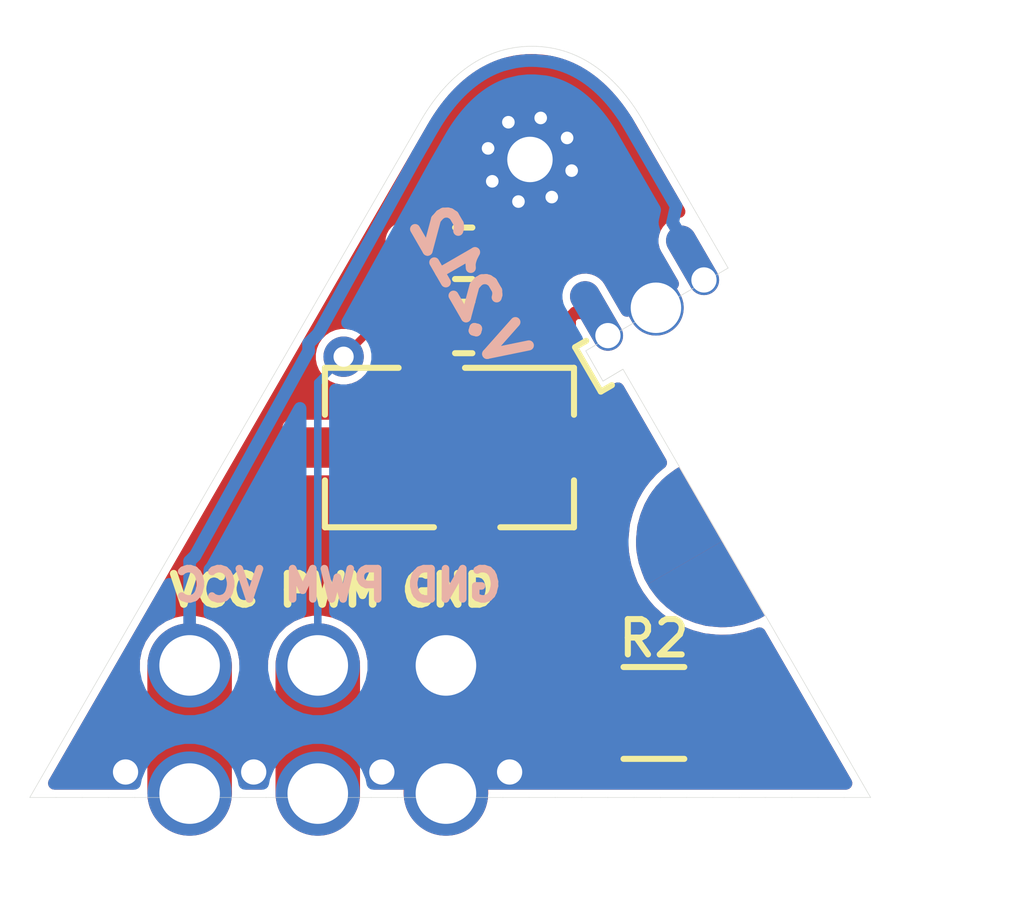
<source format=kicad_pcb>
(kicad_pcb (version 20171130) (host pcbnew 5.0.0-fee4fd1~66~ubuntu18.04.1)

  (general
    (thickness 1)
    (drawings 292)
    (tracks 100)
    (zones 0)
    (modules 8)
    (nets 7)
  )

  (page User 148.488 105.004)
  (title_block
    (title Lulu_star)
    (date 2018-08-31)
    (rev 2.1.2)
    (company https://lulu.etextile.org/)
    (comment 1 "Programming light into textile.")
  )

  (layers
    (0 F.Cu jumper)
    (31 B.Cu signal)
    (32 B.Adhes user)
    (33 F.Adhes user)
    (34 B.Paste user)
    (35 F.Paste user)
    (36 B.SilkS user)
    (37 F.SilkS user)
    (38 B.Mask user)
    (39 F.Mask user)
    (40 Dwgs.User user)
    (41 Cmts.User user)
    (42 Eco1.User user)
    (43 Eco2.User user)
    (44 Edge.Cuts user)
    (45 Margin user)
    (46 B.CrtYd user)
    (47 F.CrtYd user)
    (48 B.Fab user)
    (49 F.Fab user)
  )

  (setup
    (last_trace_width 0.25)
    (trace_clearance 0.15)
    (zone_clearance 0.15)
    (zone_45_only yes)
    (trace_min 0.15)
    (segment_width 0.2)
    (edge_width 0.2)
    (via_size 0.8)
    (via_drill 0.4)
    (via_min_size 0.4)
    (via_min_drill 0.3)
    (uvia_size 0.3)
    (uvia_drill 0.1)
    (uvias_allowed no)
    (uvia_min_size 0.2)
    (uvia_min_drill 0.1)
    (pcb_text_width 0.3)
    (pcb_text_size 1.5 1.5)
    (mod_edge_width 0.15)
    (mod_text_size 1 1)
    (mod_text_width 0.15)
    (pad_size 2.48 2.48)
    (pad_drill 0)
    (pad_to_mask_clearance 0)
    (aux_axis_origin 0 0)
    (visible_elements FFFFFF7F)
    (pcbplotparams
      (layerselection 0x010fc_ffffffff)
      (usegerberextensions false)
      (usegerberattributes false)
      (usegerberadvancedattributes false)
      (creategerberjobfile false)
      (excludeedgelayer true)
      (linewidth 0.100000)
      (plotframeref false)
      (viasonmask false)
      (mode 1)
      (useauxorigin false)
      (hpglpennumber 1)
      (hpglpenspeed 20)
      (hpglpendiameter 15.000000)
      (psnegative false)
      (psa4output false)
      (plotreference true)
      (plotvalue true)
      (plotinvisibletext false)
      (padsonsilk false)
      (subtractmaskfromsilk false)
      (outputformat 1)
      (mirror false)
      (drillshape 1)
      (scaleselection 1)
      (outputdirectory ""))
  )

  (net 0 "")
  (net 1 "Net-(Q1-Pad2)")
  (net 2 GND)
  (net 3 "Net-(Q1-Pad1)")
  (net 4 /PWM)
  (net 5 "Net-(LED1-Pad1)")
  (net 6 +3V3)

  (net_class Default "This is the default net class."
    (clearance 0.15)
    (trace_width 0.25)
    (via_dia 0.8)
    (via_drill 0.4)
    (uvia_dia 0.3)
    (uvia_drill 0.1)
    (add_net GND)
    (add_net "Net-(Q1-Pad2)")
  )

  (net_class POWER ""
    (clearance 0.15)
    (trace_width 0.25)
    (via_dia 0.8)
    (via_drill 0.4)
    (uvia_dia 0.3)
    (uvia_drill 0.1)
    (add_net +3V3)
    (add_net "Net-(LED1-Pad1)")
  )

  (net_class SIG ""
    (clearance 0.15)
    (trace_width 0.15)
    (via_dia 0.8)
    (via_drill 0.4)
    (uvia_dia 0.3)
    (uvia_drill 0.1)
    (add_net /PWM)
    (add_net "Net-(Q1-Pad1)")
  )

  (module Lulu_footprints:Lulu_side_LED (layer F.Cu) (tedit 5B98BB48) (tstamp 5B7F786B)
    (at 74.64 35.4 30.1)
    (descr "LED Cree-XP http://www.cree.com/~/media/Files/Cree/LED-Components-and-Modules/XLamp/Data-and-Binning/XLampXPE2.pdf")
    (tags "LED Cree XP")
    (path /5B7C84D4)
    (clearance 0.12)
    (attr smd)
    (fp_text reference LED1 (at 2.35166 2.831161 120.1) (layer F.SilkS) hide
      (effects (font (size 1 1) (thickness 0.15)))
    )
    (fp_text value LED_PAD (at 2.400901 -2.571716 -59.9) (layer F.Fab) hide
      (effects (font (size 1 1) (thickness 0.15)))
    )
    (fp_arc (start 0 0.6) (end -0.9 0.6) (angle -180) (layer F.Fab) (width 0.1))
    (fp_line (start -1.778 -0.127) (end -1.524 -0.127) (layer F.SilkS) (width 0.12))
    (fp_line (start -1.778 0.889) (end -1.778 -0.127) (layer F.SilkS) (width 0.12))
    (fp_line (start -1.524 0.889) (end -1.778 0.889) (layer F.SilkS) (width 0.12))
    (fp_line (start -1.523999 10.922) (end -1.524 -1.27) (layer F.CrtYd) (width 0.05))
    (fp_line (start 1.524 10.922) (end -1.523999 10.922) (layer F.CrtYd) (width 0.05))
    (fp_line (start 1.524 -1.27) (end 1.524 10.922) (layer F.CrtYd) (width 0.05))
    (fp_line (start -1.524 -1.27) (end 1.524 -1.27) (layer F.CrtYd) (width 0.05))
    (fp_poly (pts (xy -1.5 0) (xy 1.5 0) (xy 1.5 0.6) (xy -1.5 0.6)) (layer F.Fab) (width 0))
    (fp_poly (pts (xy -1.1 0.6) (xy 1.1 0.6) (xy 1.1 10.6) (xy -1.1 10.6)) (layer F.Fab) (width 0))
    (pad 3 thru_hole circle (at -1.5494 -3.795372 30.1) (size 0.4 0.4) (drill 0.25) (layers *.Cu)
      (net 2 GND))
    (pad 3 thru_hole circle (at -0.685801 -3.795372 120.1) (size 1 1) (drill 0.9) (layers *.Cu)
      (net 2 GND))
    (pad 2 thru_hole oval (at 1.1 0 30.1) (size 0.6 1.5) (drill 0.5 (offset 0 -0.45)) (layers *.Cu *.Mask)
      (net 6 +3V3) (zone_connect 0))
    (pad 1 thru_hole oval (at -1.1 0 30.1) (size 0.6 1.5) (drill 0.5 (offset 0 -0.45)) (layers *.Cu *.Mask)
      (net 5 "Net-(LED1-Pad1)") (zone_connect 0))
    (pad 3 thru_hole oval (at 0 0 30.1) (size 1.1 2.3) (drill 1 (offset 0 -0.6)) (layers *.Cu *.Mask)
      (net 2 GND) (zone_connect 2))
    (pad 3 thru_hole circle (at 0.1651 -3.795372 30.1) (size 0.4 0.4) (drill 0.25) (layers *.Cu)
      (net 2 GND))
    (pad 3 thru_hole circle (at -0.6858 -2.9337 30.1) (size 0.4 0.4) (drill 0.25) (layers *.Cu)
      (net 2 GND))
    (pad 3 thru_hole circle (at -0.6858 -4.6482 30.1) (size 0.4 0.4) (drill 0.25) (layers *.Cu)
      (net 2 GND))
    (pad 3 thru_hole circle (at -0.08911 -4.400244 75.1) (size 0.4 0.4) (drill 0.25) (layers *.Cu)
      (net 2 GND))
    (pad 3 thru_hole circle (at -1.301444 -3.18791 75.1) (size 0.4 0.4) (drill 0.25) (layers *.Cu)
      (net 2 GND))
    (pad 3 thru_hole circle (at -0.081493 -3.189272 75.1) (size 0.4 0.4) (drill 0.25) (layers *.Cu)
      (net 2 GND))
    (pad 3 thru_hole circle (at -1.293827 -4.401606 75.1) (size 0.4 0.4) (drill 0.25) (layers *.Cu)
      (net 2 GND))
    (pad "" smd custom (at -0.685801 -3.795372 30.1) (size 2.48 2.48) (layers F.Cu F.Mask)
      (net 2 GND) (zone_connect 2)
      (options (clearance outline) (anchor circle))
      (primitives
        (gr_poly (pts
           (xy 1.244601 2.652372) (xy 1.244601 -0.014628) (xy 0.127001 -0.014628) (xy 0.127001 2.652372)) (width 0))
      ))
    (pad "" smd custom (at -0.685801 -3.7973 30.1) (size 2.48 2.48) (layers B.Cu B.Mask)
      (net 2 GND) (zone_connect 2)
      (options (clearance outline) (anchor circle))
      (primitives
        (gr_poly (pts
           (xy 1.244601 2.652372) (xy 1.244601 -0.014628) (xy 0.127001 -0.014628) (xy 0.127001 2.652372)) (width 0))
      ))
    (model /home/chevrette/Bureau/Lulu/Hardware/kicad_Lulu_star/Lulu_star_212/packages3D/Lulu_LED_tube.wrl
      (at (xyz 0 0 0))
      (scale (xyz 1 1 1))
      (rotate (xyz 0 0 0))
    )
  )

  (module Resistor_SMD:R_0603_1608Metric_Pad1.05x0.95mm_HandSolder (layer F.Cu) (tedit 5B90D2DE) (tstamp 5B90CFCC)
    (at 70.83 34.32)
    (descr "Resistor SMD 0603 (1608 Metric), square (rectangular) end terminal, IPC_7351 nominal with elongated pad for handsoldering. (Body size source: http://www.tortai-tech.com/upload/download/2011102023233369053.pdf), generated with kicad-footprint-generator")
    (tags "resistor handsolder")
    (path /5B90D0C4)
    (attr smd)
    (fp_text reference R3 (at 0 -1.43) (layer F.SilkS) hide
      (effects (font (size 1 1) (thickness 0.15)))
    )
    (fp_text value "10 K" (at 0 1.43) (layer F.Fab)
      (effects (font (size 1 1) (thickness 0.15)))
    )
    (fp_line (start -0.8 0.4) (end -0.8 -0.4) (layer F.Fab) (width 0.1))
    (fp_line (start -0.8 -0.4) (end 0.8 -0.4) (layer F.Fab) (width 0.1))
    (fp_line (start 0.8 -0.4) (end 0.8 0.4) (layer F.Fab) (width 0.1))
    (fp_line (start 0.8 0.4) (end -0.8 0.4) (layer F.Fab) (width 0.1))
    (fp_line (start -0.171267 -0.51) (end 0.171267 -0.51) (layer F.SilkS) (width 0.12))
    (fp_line (start -0.171267 0.51) (end 0.171267 0.51) (layer F.SilkS) (width 0.12))
    (fp_line (start -1.65 0.73) (end -1.65 -0.73) (layer F.CrtYd) (width 0.05))
    (fp_line (start -1.65 -0.73) (end 1.65 -0.73) (layer F.CrtYd) (width 0.05))
    (fp_line (start 1.65 -0.73) (end 1.65 0.73) (layer F.CrtYd) (width 0.05))
    (fp_line (start 1.65 0.73) (end -1.65 0.73) (layer F.CrtYd) (width 0.05))
    (fp_text user %R (at 0 0) (layer F.Fab)
      (effects (font (size 0.4 0.4) (thickness 0.06)))
    )
    (pad 1 smd roundrect (at -0.875 0) (size 1.05 0.95) (layers F.Cu F.Paste F.Mask) (roundrect_rratio 0.25)
      (net 4 /PWM))
    (pad 2 smd roundrect (at 0.875 0) (size 1.05 0.95) (layers F.Cu F.Paste F.Mask) (roundrect_rratio 0.25)
      (net 2 GND) (zone_connect 1))
    (model ${KISYS3DMOD}/Resistor_SMD.3dshapes/R_0603_1608Metric.wrl
      (at (xyz 0 0 0))
      (scale (xyz 1 1 1))
      (rotate (xyz 0 0 0))
    )
  )

  (module Lulu_footprints:Lulu_brass_tube_pad locked (layer F.Cu) (tedit 5B8E49B9) (tstamp 5B894378)
    (at 75.939 40.075 30)
    (descr www.etextile.org)
    (tags eTextile)
    (zone_connect 1)
    (attr smd)
    (fp_text reference P1 (at 2.032 0 30) (layer F.SilkS) hide
      (effects (font (size 1 1) (thickness 0.15)))
    )
    (fp_text value Soldering_pad (at -1.018116 -4.840572 -60) (layer F.Fab) hide
      (effects (font (size 1 1) (thickness 0.15)))
    )
    (fp_poly (pts (xy -1.673095 -0.094574) (xy -1.673095 -0.154574) (xy -1.663095 -0.214574) (xy -1.653095 -0.284574)
      (xy -1.633095 -0.384574) (xy -1.613095 -0.484574) (xy -1.583095 -0.574574) (xy -1.533095 -0.714574)
      (xy -1.483095 -0.814574) (xy -1.433095 -0.904574) (xy -1.393095 -0.964574) (xy -1.343095 -1.034574)
      (xy -1.263095 -1.144574) (xy -1.223095 -1.184574) (xy -1.173095 -1.234574) (xy -1.113095 -1.294574)
      (xy -1.053095 -1.344574) (xy -1.013095 -1.374574) (xy -0.963095 -1.414574) (xy -0.923095 -1.444574)
      (xy -0.873095 -1.474574) (xy -0.823095 -1.504574) (xy -0.773095 -1.534574) (xy -0.713095 -1.564574)
      (xy -0.673095 -1.584574) (xy -0.623095 -1.604574) (xy -0.553095 -1.634574) (xy -0.483095 -1.654574)
      (xy -0.393095 -1.684574) (xy -0.343095 -1.694574) (xy -0.293095 -1.704574) (xy -0.233095 -1.714574)
      (xy -0.143095 -1.724574) (xy -0.053095 -1.734574) (xy 0.026905 -1.734574) (xy 0.026905 -0.034574)
      (xy -1.673095 -0.034574)) (layer B.Mask) (width 0))
    (fp_poly (pts (xy -1.673095 -0.094574) (xy -1.673095 -0.154574) (xy -1.663095 -0.214574) (xy -1.653095 -0.284574)
      (xy -1.633095 -0.384574) (xy -1.613095 -0.484574) (xy -1.583095 -0.574574) (xy -1.533095 -0.714574)
      (xy -1.483095 -0.814574) (xy -1.433095 -0.904574) (xy -1.393095 -0.964574) (xy -1.343095 -1.034574)
      (xy -1.263095 -1.144574) (xy -1.223095 -1.184574) (xy -1.173095 -1.234574) (xy -1.113095 -1.294574)
      (xy -1.053095 -1.344574) (xy -1.013095 -1.374574) (xy -0.963095 -1.414574) (xy -0.923095 -1.444574)
      (xy -0.873095 -1.474574) (xy -0.823095 -1.504574) (xy -0.773095 -1.534574) (xy -0.713095 -1.564574)
      (xy -0.673095 -1.584574) (xy -0.623095 -1.604574) (xy -0.553095 -1.634574) (xy -0.483095 -1.654574)
      (xy -0.393095 -1.684574) (xy -0.343095 -1.694574) (xy -0.293095 -1.704574) (xy -0.233095 -1.714574)
      (xy -0.143095 -1.724574) (xy -0.053095 -1.734574) (xy 0.026905 -1.734574) (xy 0.026905 -0.034574)
      (xy -1.673095 -0.034574)) (layer B.Cu) (width 0))
    (fp_poly (pts (xy -0.033095 1.665426) (xy -0.093095 1.665426) (xy -0.153095 1.655426) (xy -0.223095 1.645426)
      (xy -0.323095 1.625426) (xy -0.423095 1.605426) (xy -0.513095 1.575426) (xy -0.653095 1.525426)
      (xy -0.753095 1.475426) (xy -0.843095 1.425426) (xy -0.903095 1.385426) (xy -0.973095 1.335426)
      (xy -1.083095 1.255426) (xy -1.123095 1.215426) (xy -1.173095 1.165426) (xy -1.233095 1.105426)
      (xy -1.283095 1.045426) (xy -1.313095 1.005426) (xy -1.353095 0.955426) (xy -1.383095 0.915426)
      (xy -1.413095 0.865426) (xy -1.443095 0.815426) (xy -1.473095 0.765426) (xy -1.503095 0.705426)
      (xy -1.523095 0.665426) (xy -1.543095 0.615426) (xy -1.573095 0.545426) (xy -1.593095 0.475426)
      (xy -1.623095 0.385426) (xy -1.633095 0.335426) (xy -1.643095 0.285426) (xy -1.653095 0.225426)
      (xy -1.663095 0.135426) (xy -1.673095 0.045426) (xy -1.673095 -0.034574) (xy 0.026905 -0.034574)
      (xy 0.026905 1.665426)) (layer B.Mask) (width 0))
    (fp_poly (pts (xy -0.033095 1.665426) (xy -0.093095 1.665426) (xy -0.153095 1.655426) (xy -0.223095 1.645426)
      (xy -0.323095 1.625426) (xy -0.423095 1.605426) (xy -0.513095 1.575426) (xy -0.653095 1.525426)
      (xy -0.753095 1.475426) (xy -0.843095 1.425426) (xy -0.903095 1.385426) (xy -0.973095 1.335426)
      (xy -1.083095 1.255426) (xy -1.123095 1.215426) (xy -1.173095 1.165426) (xy -1.233095 1.105426)
      (xy -1.283095 1.045426) (xy -1.313095 1.005426) (xy -1.353095 0.955426) (xy -1.383095 0.915426)
      (xy -1.413095 0.865426) (xy -1.443095 0.815426) (xy -1.473095 0.765426) (xy -1.503095 0.705426)
      (xy -1.523095 0.665426) (xy -1.543095 0.615426) (xy -1.573095 0.545426) (xy -1.593095 0.475426)
      (xy -1.623095 0.385426) (xy -1.633095 0.335426) (xy -1.643095 0.285426) (xy -1.653095 0.225426)
      (xy -1.663095 0.135426) (xy -1.673095 0.045426) (xy -1.673095 -0.034574) (xy 0.026905 -0.034574)
      (xy 0.026905 1.665426)) (layer B.Cu) (width 0))
    (fp_poly (pts (xy -1.673095 -0.094574) (xy -1.673095 -0.154574) (xy -1.663095 -0.214574) (xy -1.653095 -0.284574)
      (xy -1.633095 -0.384574) (xy -1.613095 -0.484574) (xy -1.583095 -0.574574) (xy -1.533095 -0.714574)
      (xy -1.483095 -0.814574) (xy -1.433095 -0.904574) (xy -1.393095 -0.964574) (xy -1.343095 -1.034574)
      (xy -1.263095 -1.144574) (xy -1.223095 -1.184574) (xy -1.173095 -1.234574) (xy -1.113095 -1.294574)
      (xy -1.053095 -1.344574) (xy -1.013095 -1.374574) (xy -0.963095 -1.414574) (xy -0.923095 -1.444574)
      (xy -0.873095 -1.474574) (xy -0.823095 -1.504574) (xy -0.773095 -1.534574) (xy -0.713095 -1.564574)
      (xy -0.673095 -1.584574) (xy -0.623095 -1.604574) (xy -0.553095 -1.634574) (xy -0.483095 -1.654574)
      (xy -0.393095 -1.684574) (xy -0.343095 -1.694574) (xy -0.293095 -1.704574) (xy -0.233095 -1.714574)
      (xy -0.143095 -1.724574) (xy -0.053095 -1.734574) (xy 0.026905 -1.734574) (xy 0.026905 -0.034574)
      (xy -1.673095 -0.034574)) (layer F.Mask) (width 0))
    (fp_poly (pts (xy -0.033095 1.665426) (xy -0.093095 1.665426) (xy -0.153095 1.655426) (xy -0.223095 1.645426)
      (xy -0.323095 1.625426) (xy -0.423095 1.605426) (xy -0.513095 1.575426) (xy -0.653095 1.525426)
      (xy -0.753095 1.475426) (xy -0.843095 1.425426) (xy -0.903095 1.385426) (xy -0.973095 1.335426)
      (xy -1.083095 1.255426) (xy -1.123095 1.215426) (xy -1.173095 1.165426) (xy -1.233095 1.105426)
      (xy -1.283095 1.045426) (xy -1.313095 1.005426) (xy -1.353095 0.955426) (xy -1.383095 0.915426)
      (xy -1.413095 0.865426) (xy -1.443095 0.815426) (xy -1.473095 0.765426) (xy -1.503095 0.705426)
      (xy -1.523095 0.665426) (xy -1.543095 0.615426) (xy -1.573095 0.545426) (xy -1.593095 0.475426)
      (xy -1.623095 0.385426) (xy -1.633095 0.335426) (xy -1.643095 0.285426) (xy -1.653095 0.225426)
      (xy -1.663095 0.135426) (xy -1.673095 0.045426) (xy -1.673095 -0.034574) (xy 0.026905 -0.034574)
      (xy 0.026905 1.665426)) (layer F.Mask) (width 0))
    (fp_poly (pts (xy -1.673095 -0.094574) (xy -1.673095 -0.154574) (xy -1.663095 -0.214574) (xy -1.653095 -0.284574)
      (xy -1.633095 -0.384574) (xy -1.613095 -0.484574) (xy -1.583095 -0.574574) (xy -1.533095 -0.714574)
      (xy -1.483095 -0.814574) (xy -1.433095 -0.904574) (xy -1.393095 -0.964574) (xy -1.343095 -1.034574)
      (xy -1.263095 -1.144574) (xy -1.223095 -1.184574) (xy -1.173095 -1.234574) (xy -1.113095 -1.294574)
      (xy -1.053095 -1.344574) (xy -1.013095 -1.374574) (xy -0.963095 -1.414574) (xy -0.923095 -1.444574)
      (xy -0.873095 -1.474574) (xy -0.823095 -1.504574) (xy -0.773095 -1.534574) (xy -0.713095 -1.564574)
      (xy -0.673095 -1.584574) (xy -0.623095 -1.604574) (xy -0.553095 -1.634574) (xy -0.483095 -1.654574)
      (xy -0.393095 -1.684574) (xy -0.343095 -1.694574) (xy -0.293095 -1.704574) (xy -0.233095 -1.714574)
      (xy -0.143095 -1.724574) (xy -0.053095 -1.734574) (xy 0.026905 -1.734574) (xy 0.026905 -0.034574)
      (xy -1.673095 -0.034574)) (layer F.Cu) (width 0))
    (fp_poly (pts (xy -0.033095 1.665426) (xy -0.093095 1.665426) (xy -0.153095 1.655426) (xy -0.223095 1.645426)
      (xy -0.323095 1.625426) (xy -0.423095 1.605426) (xy -0.513095 1.575426) (xy -0.653095 1.525426)
      (xy -0.753095 1.475426) (xy -0.843095 1.425426) (xy -0.903095 1.385426) (xy -0.973095 1.335426)
      (xy -1.083095 1.255426) (xy -1.123095 1.215426) (xy -1.173095 1.165426) (xy -1.233095 1.105426)
      (xy -1.283095 1.045426) (xy -1.313095 1.005426) (xy -1.353095 0.955426) (xy -1.383095 0.915426)
      (xy -1.413095 0.865426) (xy -1.443095 0.815426) (xy -1.473095 0.765426) (xy -1.503095 0.705426)
      (xy -1.523095 0.665426) (xy -1.543095 0.615426) (xy -1.573095 0.545426) (xy -1.593095 0.475426)
      (xy -1.623095 0.385426) (xy -1.633095 0.335426) (xy -1.643095 0.285426) (xy -1.653095 0.225426)
      (xy -1.663095 0.135426) (xy -1.673095 0.045426) (xy -1.673095 -0.034574) (xy 0.026905 -0.034574)
      (xy 0.026905 1.665426)) (layer F.Cu) (width 0))
  )

  (module Lulu_footprints:Lulu_plug_3 (layer F.Cu) (tedit 5B8D78BF) (tstamp 5B8790AF)
    (at 67.938 43.758)
    (descr www.etextile.org)
    (tags eTextile)
    (path /5B7D3F18)
    (zone_connect 0)
    (fp_text reference J1 (at -5.334 -1.27) (layer F.SilkS) hide
      (effects (font (size 1 1) (thickness 0.15)))
    )
    (fp_text value Conn_01x03_Female (at 0 3.175) (layer F.Fab) hide
      (effects (font (size 1 1) (thickness 0.15)))
    )
    (pad 3 smd roundrect (at 2.54 0) (size 1.675 4.2) (layers F.Cu F.Mask) (roundrect_rratio 0.5)
      (net 2 GND) (zone_connect 2))
    (pad 3 thru_hole circle (at 2.54 -1.27) (size 1.67 1.67) (drill 1.2) (layers *.Cu *.Mask)
      (net 2 GND) (zone_connect 2))
    (pad 3 thru_hole circle (at 2.54 1.27) (size 1.67 1.67) (drill 1.2) (layers *.Cu *.Mask)
      (net 2 GND) (zone_connect 2))
    (pad 2 thru_hole circle (at 0 -1.27) (size 1.67 1.67) (drill 1.2) (layers *.Cu *.Mask)
      (net 4 /PWM) (zone_connect 2))
    (pad 2 smd roundrect (at 0 0) (size 1.675 4.2) (layers F.Cu F.Mask) (roundrect_rratio 0.5)
      (net 4 /PWM) (zone_connect 2))
    (pad 2 thru_hole circle (at 0 1.27) (size 1.67 1.67) (drill 1.2) (layers *.Cu *.Mask)
      (net 4 /PWM) (zone_connect 2))
    (pad 1 smd roundrect (at -2.54 0) (size 1.675 4.2) (layers F.Cu F.Mask) (roundrect_rratio 0.5)
      (net 6 +3V3) (zone_connect 2))
    (pad 1 thru_hole circle (at -2.54 1.27) (size 1.67 1.67) (drill 1.2) (layers *.Cu *.Mask)
      (net 6 +3V3) (zone_connect 2))
    (pad 1 thru_hole circle (at -2.54 -1.27) (size 1.67 1.67) (drill 1.2) (layers *.Cu *.Mask)
      (net 6 +3V3) (zone_connect 2))
  )

  (module Package_TO_SOT_SMD:SOT-23 (layer F.Cu) (tedit 5B8EBF57) (tstamp 5B7F784E)
    (at 68.84 38.17 180)
    (descr "SOT-23, Standard")
    (tags SOT-23)
    (path /5B7C8DF6)
    (attr smd)
    (fp_text reference T1 (at 0 -2.5 180) (layer F.SilkS) hide
      (effects (font (size 1 1) (thickness 0.15)))
    )
    (fp_text value Q_NPN_BEC (at 0 2.5 180) (layer F.Fab) hide
      (effects (font (size 1 1) (thickness 0.15)))
    )
    (fp_line (start 0.76 1.58) (end -0.7 1.58) (layer F.SilkS) (width 0.12))
    (fp_line (start 0.76 -1.58) (end -1.4 -1.58) (layer F.SilkS) (width 0.12))
    (fp_line (start -1.7 1.75) (end -1.7 -1.75) (layer F.CrtYd) (width 0.05))
    (fp_line (start 1.7 1.75) (end -1.7 1.75) (layer F.CrtYd) (width 0.05))
    (fp_line (start 1.7 -1.75) (end 1.7 1.75) (layer F.CrtYd) (width 0.05))
    (fp_line (start -1.7 -1.75) (end 1.7 -1.75) (layer F.CrtYd) (width 0.05))
    (fp_line (start 0.76 -1.58) (end 0.76 -0.65) (layer F.SilkS) (width 0.12))
    (fp_line (start 0.76 1.58) (end 0.76 0.65) (layer F.SilkS) (width 0.12))
    (fp_line (start -0.7 1.52) (end 0.7 1.52) (layer F.Fab) (width 0.1))
    (fp_line (start 0.7 -1.52) (end 0.7 1.52) (layer F.Fab) (width 0.1))
    (fp_line (start -0.7 -0.95) (end -0.15 -1.52) (layer F.Fab) (width 0.1))
    (fp_line (start -0.15 -1.52) (end 0.7 -1.52) (layer F.Fab) (width 0.1))
    (fp_line (start -0.7 -0.95) (end -0.7 1.5) (layer F.Fab) (width 0.1))
    (fp_text user %R (at 0 0 270) (layer F.Fab)
      (effects (font (size 0.5 0.5) (thickness 0.075)))
    )
    (pad 3 smd rect (at 1 0 180) (size 0.9 0.8) (layers F.Cu F.Paste F.Mask)
      (net 3 "Net-(Q1-Pad1)"))
    (pad 2 smd rect (at -1 0.95 180) (size 0.9 0.8) (layers F.Cu F.Paste F.Mask)
      (net 2 GND) (zone_connect 1) (thermal_gap 0.3))
    (pad 1 smd rect (at -1 -0.95 180) (size 0.9 0.8) (layers F.Cu F.Paste F.Mask)
      (net 1 "Net-(Q1-Pad2)"))
    (model ${KISYS3DMOD}/Package_TO_SOT_SMD.3dshapes/SOT-23.wrl
      (at (xyz 0 0 0))
      (scale (xyz 1 1 1))
      (rotate (xyz 0 0 0))
    )
  )

  (module Package_TO_SOT_SMD:SOT-23 (layer F.Cu) (tedit 5B8D70C9) (tstamp 5B7F7839)
    (at 72.256 38.17)
    (descr "SOT-23, Standard")
    (tags SOT-23)
    (path /5B7C8ADD)
    (attr smd)
    (fp_text reference Q1 (at -0.0254 2.4892) (layer F.SilkS) hide
      (effects (font (size 1 1) (thickness 0.15)))
    )
    (fp_text value Q_NMOS_GSD (at 0 2.5) (layer F.Fab) hide
      (effects (font (size 1 1) (thickness 0.15)))
    )
    (fp_line (start 0.76 1.58) (end -0.7 1.58) (layer F.SilkS) (width 0.12))
    (fp_line (start 0.76 -1.58) (end -1.4 -1.58) (layer F.SilkS) (width 0.12))
    (fp_line (start -1.7 1.75) (end -1.7 -1.75) (layer F.CrtYd) (width 0.05))
    (fp_line (start 1.7 1.75) (end -1.7 1.75) (layer F.CrtYd) (width 0.05))
    (fp_line (start 1.7 -1.75) (end 1.7 1.75) (layer F.CrtYd) (width 0.05))
    (fp_line (start -1.7 -1.75) (end 1.7 -1.75) (layer F.CrtYd) (width 0.05))
    (fp_line (start 0.76 -1.58) (end 0.76 -0.65) (layer F.SilkS) (width 0.12))
    (fp_line (start 0.76 1.58) (end 0.76 0.65) (layer F.SilkS) (width 0.12))
    (fp_line (start -0.7 1.52) (end 0.7 1.52) (layer F.Fab) (width 0.1))
    (fp_line (start 0.7 -1.52) (end 0.7 1.52) (layer F.Fab) (width 0.1))
    (fp_line (start -0.7 -0.95) (end -0.15 -1.52) (layer F.Fab) (width 0.1))
    (fp_line (start -0.15 -1.52) (end 0.7 -1.52) (layer F.Fab) (width 0.1))
    (fp_line (start -0.7 -0.95) (end -0.7 1.5) (layer F.Fab) (width 0.1))
    (fp_text user %R (at 0 0 90) (layer F.Fab)
      (effects (font (size 0.5 0.5) (thickness 0.075)))
    )
    (pad 3 smd rect (at 1 0) (size 0.9 0.8) (layers F.Cu F.Paste F.Mask)
      (net 5 "Net-(LED1-Pad1)"))
    (pad 2 smd rect (at -1 0.95) (size 0.9 0.8) (layers F.Cu F.Paste F.Mask)
      (net 1 "Net-(Q1-Pad2)"))
    (pad 1 smd rect (at -1 -0.95) (size 0.9 0.8) (layers F.Cu F.Paste F.Mask)
      (net 3 "Net-(Q1-Pad1)"))
    (model ${KISYS3DMOD}/Package_TO_SOT_SMD.3dshapes/SOT-23.wrl
      (at (xyz 0 0 0))
      (scale (xyz 1 1 1))
      (rotate (xyz 0 0 0))
    )
  )

  (module Resistor_SMD:R_0603_1608Metric_Pad1.05x0.95mm_HandSolder (layer F.Cu) (tedit 5B8D70D7) (tstamp 5B7F7824)
    (at 70.83 35.79 180)
    (descr "Resistor SMD 0603 (1608 Metric), square (rectangular) end terminal, IPC_7351 nominal with elongated pad for handsoldering. (Body size source: http://www.tortai-tech.com/upload/download/2011102023233369053.pdf), generated with kicad-footprint-generator")
    (tags "resistor handsolder")
    (path /5B7CC755)
    (attr smd)
    (fp_text reference R1 (at -0.47 1.422 180) (layer F.SilkS) hide
      (effects (font (size 1 1) (thickness 0.15)))
    )
    (fp_text value "47 K" (at -0.01 1.472 180) (layer F.Fab)
      (effects (font (size 1 1) (thickness 0.15)))
    )
    (fp_text user %R (at 0 0 180) (layer F.Fab)
      (effects (font (size 0.4 0.4) (thickness 0.06)))
    )
    (fp_line (start 1.65 0.73) (end -1.65 0.73) (layer F.CrtYd) (width 0.05))
    (fp_line (start 1.65 -0.73) (end 1.65 0.73) (layer F.CrtYd) (width 0.05))
    (fp_line (start -1.65 -0.73) (end 1.65 -0.73) (layer F.CrtYd) (width 0.05))
    (fp_line (start -1.65 0.73) (end -1.65 -0.73) (layer F.CrtYd) (width 0.05))
    (fp_line (start -0.171267 0.51) (end 0.171267 0.51) (layer F.SilkS) (width 0.12))
    (fp_line (start -0.171267 -0.51) (end 0.171267 -0.51) (layer F.SilkS) (width 0.12))
    (fp_line (start 0.8 0.4) (end -0.8 0.4) (layer F.Fab) (width 0.1))
    (fp_line (start 0.8 -0.4) (end 0.8 0.4) (layer F.Fab) (width 0.1))
    (fp_line (start -0.8 -0.4) (end 0.8 -0.4) (layer F.Fab) (width 0.1))
    (fp_line (start -0.8 0.4) (end -0.8 -0.4) (layer F.Fab) (width 0.1))
    (pad 2 smd roundrect (at 0.875 0 180) (size 1.05 0.95) (layers F.Cu F.Paste F.Mask) (roundrect_rratio 0.25)
      (net 4 /PWM))
    (pad 1 smd roundrect (at -0.875 0 180) (size 1.05 0.95) (layers F.Cu F.Paste F.Mask) (roundrect_rratio 0.25)
      (net 3 "Net-(Q1-Pad1)"))
    (model ${KISYS3DMOD}/Resistor_SMD.3dshapes/R_0603_1608Metric.wrl
      (at (xyz 0 0 0))
      (scale (xyz 1 1 1))
      (rotate (xyz 0 0 0))
    )
  )

  (module Resistor_SMD:R_1206_3216Metric_Pad1.42x1.75mm_HandSolder (layer F.Cu) (tedit 5B8EBF61) (tstamp 5B7F7813)
    (at 74.6 43.43 180)
    (descr "Resistor SMD 1206 (3216 Metric), square (rectangular) end terminal, IPC_7351 nominal with elongated pad for handsoldering. (Body size source: http://www.tortai-tech.com/upload/download/2011102023233369053.pdf), generated with kicad-footprint-generator")
    (tags "resistor handsolder")
    (path /5B7C8445)
    (attr smd)
    (fp_text reference R2 (at 0 1.478 180) (layer F.SilkS)
      (effects (font (size 0.7 0.7) (thickness 0.12)))
    )
    (fp_text value "2.7 Ohm" (at -1.016 -2.159 180) (layer F.Fab)
      (effects (font (size 1 1) (thickness 0.15)))
    )
    (fp_text user %R (at 0 0 180) (layer F.Fab)
      (effects (font (size 0.8 0.8) (thickness 0.12)))
    )
    (fp_line (start 2.45 1.12) (end -2.45 1.12) (layer F.CrtYd) (width 0.05))
    (fp_line (start 2.45 -1.12) (end 2.45 1.12) (layer F.CrtYd) (width 0.05))
    (fp_line (start -2.45 -1.12) (end 2.45 -1.12) (layer F.CrtYd) (width 0.05))
    (fp_line (start -2.45 1.12) (end -2.45 -1.12) (layer F.CrtYd) (width 0.05))
    (fp_line (start -0.602064 0.91) (end 0.602064 0.91) (layer F.SilkS) (width 0.12))
    (fp_line (start -0.602064 -0.91) (end 0.602064 -0.91) (layer F.SilkS) (width 0.12))
    (fp_line (start 1.6 0.8) (end -1.6 0.8) (layer F.Fab) (width 0.1))
    (fp_line (start 1.6 -0.8) (end 1.6 0.8) (layer F.Fab) (width 0.1))
    (fp_line (start -1.6 -0.8) (end 1.6 -0.8) (layer F.Fab) (width 0.1))
    (fp_line (start -1.6 0.8) (end -1.6 -0.8) (layer F.Fab) (width 0.1))
    (pad 2 smd roundrect (at 1.4875 0 180) (size 1.425 1.75) (layers F.Cu F.Paste F.Mask) (roundrect_rratio 0.175)
      (net 2 GND) (zone_connect 1) (thermal_gap 0.3))
    (pad 1 smd roundrect (at -1.4875 0 180) (size 1.425 1.75) (layers F.Cu F.Paste F.Mask) (roundrect_rratio 0.175439)
      (net 1 "Net-(Q1-Pad2)"))
    (model ${KISYS3DMOD}/Resistor_SMD.3dshapes/R_1206_3216Metric.wrl
      (at (xyz 0 0 0))
      (scale (xyz 1 1 1))
      (rotate (xyz 0 0 0))
    )
  )

  (gr_line (start 73.643222 30.776973) (end 73.707002 30.833488) (layer Edge.Cuts) (width 0.01))
  (gr_line (start 73.577677 30.722415) (end 73.643222 30.776973) (layer Edge.Cuts) (width 0.01))
  (gr_line (start 73.510351 30.669975) (end 73.577677 30.722415) (layer Edge.Cuts) (width 0.01))
  (gr_line (start 73.441231 30.619757) (end 73.510351 30.669975) (layer Edge.Cuts) (width 0.01))
  (gr_line (start 73.370304 30.571868) (end 73.441231 30.619757) (layer Edge.Cuts) (width 0.01))
  (gr_line (start 73.297557 30.526465) (end 73.370304 30.571868) (layer Edge.Cuts) (width 0.01))
  (gr_line (start 73.222976 30.483655) (end 73.297557 30.526465) (layer Edge.Cuts) (width 0.01))
  (gr_line (start 73.146551 30.443571) (end 73.222976 30.483655) (layer Edge.Cuts) (width 0.01))
  (gr_line (start 73.068267 30.406318) (end 73.146551 30.443571) (layer Edge.Cuts) (width 0.01))
  (gr_line (start 72.988108 30.372028) (end 73.068267 30.406318) (layer Edge.Cuts) (width 0.01))
  (gr_line (start 72.906064 30.340833) (end 72.988108 30.372028) (layer Edge.Cuts) (width 0.01))
  (gr_line (start 72.822122 30.31284) (end 72.906064 30.340833) (layer Edge.Cuts) (width 0.01))
  (gr_line (start 72.736265 30.288234) (end 72.822122 30.31284) (layer Edge.Cuts) (width 0.01))
  (gr_line (start 72.648487 30.267068) (end 72.736265 30.288234) (layer Edge.Cuts) (width 0.01))
  (gr_line (start 72.558766 30.24934) (end 72.648487 30.267068) (layer Edge.Cuts) (width 0.01))
  (gr_line (start 72.467096 30.235318) (end 72.558766 30.24934) (layer Edge.Cuts) (width 0.01))
  (gr_text "GND PWM VCC" (at 68.34 40.9) (layer B.SilkS) (tstamp 5B8DA57E)
    (effects (font (size 0.6 0.6) (thickness 0.15)) (justify mirror))
  )
  (gr_text "VCC PWM GND" (at 68.24 41) (layer F.SilkS) (tstamp 5B8D8FBF)
    (effects (font (size 0.6 0.6) (thickness 0.15)))
  )
  (gr_line (start 75.188336 35.124923) (end 75.10014 35.176173) (layer Edge.Cuts) (width 0.01))
  (gr_line (start 75.10014 35.176173) (end 75.011946 35.227423) (layer Edge.Cuts) (width 0.01))
  (gr_line (start 74.747363 35.381199) (end 74.659166 35.432449) (layer Edge.Cuts) (width 0.01))
  (gr_line (start 75.276529 35.073647) (end 75.188336 35.124923) (layer Edge.Cuts) (width 0.01))
  (gr_line (start 73.33357 36.402834) (end 73.344259 36.42162) (layer Edge.Cuts) (width 0.01))
  (gr_line (start 73.32288 36.384049) (end 73.33357 36.402834) (layer Edge.Cuts) (width 0.01))
  (gr_line (start 74.218196 35.688724) (end 74.13 35.74) (layer Edge.Cuts) (width 0.01))
  (gr_line (start 75.717502 34.817372) (end 75.629306 34.868622) (layer Edge.Cuts) (width 0.01))
  (gr_line (start 73.865416 35.89375) (end 73.777223 35.945026) (layer Edge.Cuts) (width 0.01))
  (gr_line (start 73.483218 36.66583) (end 73.493907 36.684616) (layer Edge.Cuts) (width 0.01))
  (gr_line (start 73.472529 36.647045) (end 73.483218 36.66583) (layer Edge.Cuts) (width 0.01))
  (gr_line (start 73.46184 36.628259) (end 73.472529 36.647045) (layer Edge.Cuts) (width 0.01))
  (gr_line (start 73.258745 36.271337) (end 73.269435 36.290122) (layer Edge.Cuts) (width 0.01))
  (gr_line (start 73.424446 36.150052) (end 73.33625 36.201301) (layer Edge.Cuts) (width 0.01))
  (gr_line (start 74.923752 35.278673) (end 74.835556 35.329949) (layer Edge.Cuts) (width 0.01))
  (gr_line (start 75.011946 35.227423) (end 74.923752 35.278673) (layer Edge.Cuts) (width 0.01))
  (gr_line (start 74.835556 35.329949) (end 74.747363 35.381199) (layer Edge.Cuts) (width 0.01))
  (gr_line (start 73.419083 36.553118) (end 73.429772 36.571903) (layer Edge.Cuts) (width 0.01))
  (gr_line (start 73.408394 36.534332) (end 73.419083 36.553118) (layer Edge.Cuts) (width 0.01))
  (gr_line (start 73.397705 36.515547) (end 73.408394 36.534332) (layer Edge.Cuts) (width 0.01))
  (gr_line (start 73.953613 35.8425) (end 73.865416 35.89375) (layer Edge.Cuts) (width 0.01))
  (gr_line (start 73.777223 35.945026) (end 73.689029 35.996276) (layer Edge.Cuts) (width 0.01))
  (gr_line (start 73.387015 36.496762) (end 73.397705 36.515547) (layer Edge.Cuts) (width 0.01))
  (gr_line (start 73.376326 36.477976) (end 73.387015 36.496762) (layer Edge.Cuts) (width 0.01))
  (gr_line (start 73.365637 36.459191) (end 73.376326 36.477976) (layer Edge.Cuts) (width 0.01))
  (gr_line (start 73.312191 36.365264) (end 73.32288 36.384049) (layer Edge.Cuts) (width 0.01))
  (gr_line (start 73.301502 36.346478) (end 73.312191 36.365264) (layer Edge.Cuts) (width 0.01))
  (gr_line (start 73.57942 36.834899) (end 73.59011 36.853684) (layer Edge.Cuts) (width 0.01))
  (gr_line (start 73.568731 36.816114) (end 73.57942 36.834899) (layer Edge.Cuts) (width 0.01))
  (gr_line (start 73.558042 36.797328) (end 73.568731 36.816114) (layer Edge.Cuts) (width 0.01))
  (gr_line (start 73.33625 36.201301) (end 73.248056 36.252551) (layer Edge.Cuts) (width 0.01))
  (gr_line (start 75.982086 34.663596) (end 75.89389 34.714872) (layer Edge.Cuts) (width 0.01))
  (gr_line (start 75.629306 34.868622) (end 75.541113 34.919898) (layer Edge.Cuts) (width 0.01))
  (gr_line (start 77.667593 42.983181) (end 77.820943 43.248452) (layer Edge.Cuts) (width 0.01))
  (gr_line (start 77.514243 42.717883) (end 77.667593 42.983181) (layer Edge.Cuts) (width 0.01))
  (gr_line (start 77.360893 42.452612) (end 77.514243 42.717883) (layer Edge.Cuts) (width 0.01))
  (gr_line (start 77.207543 42.18734) (end 77.360893 42.452612) (layer Edge.Cuts) (width 0.01))
  (gr_line (start 77.054193 41.922069) (end 77.207543 42.18734) (layer Edge.Cuts) (width 0.01))
  (gr_line (start 76.900843 41.656798) (end 77.054193 41.922069) (layer Edge.Cuts) (width 0.01))
  (gr_line (start 76.747494 41.391527) (end 76.900843 41.656798) (layer Edge.Cuts) (width 0.01))
  (gr_line (start 76.594144 41.126255) (end 76.747494 41.391527) (layer Edge.Cuts) (width 0.01))
  (gr_line (start 76.440794 40.860984) (end 76.594144 41.126255) (layer Edge.Cuts) (width 0.01))
  (gr_line (start 76.287444 40.595713) (end 76.440794 40.860984) (layer Edge.Cuts) (width 0.01))
  (gr_line (start 76.134094 40.330442) (end 76.287444 40.595713) (layer Edge.Cuts) (width 0.01))
  (gr_line (start 75.980744 40.06517) (end 76.134094 40.330442) (layer Edge.Cuts) (width 0.01))
  (gr_line (start 75.827394 39.799899) (end 75.980744 40.06517) (layer Edge.Cuts) (width 0.01))
  (gr_line (start 75.674045 39.534628) (end 75.827394 39.799899) (layer Edge.Cuts) (width 0.01))
  (gr_line (start 75.520695 39.269357) (end 75.674045 39.534628) (layer Edge.Cuts) (width 0.01))
  (gr_line (start 75.367345 39.004085) (end 75.520695 39.269357) (layer Edge.Cuts) (width 0.01))
  (gr_line (start 75.213995 38.738814) (end 75.367345 39.004085) (layer Edge.Cuts) (width 0.01))
  (gr_line (start 75.060645 38.473517) (end 75.213995 38.738814) (layer Edge.Cuts) (width 0.01))
  (gr_line (start 74.907295 38.208245) (end 75.060645 38.473517) (layer Edge.Cuts) (width 0.01))
  (gr_line (start 74.753946 37.942974) (end 74.907295 38.208245) (layer Edge.Cuts) (width 0.01))
  (gr_line (start 74.600596 37.677703) (end 74.753946 37.942974) (layer Edge.Cuts) (width 0.01))
  (gr_line (start 74.447246 37.412432) (end 74.600596 37.677703) (layer Edge.Cuts) (width 0.01))
  (gr_line (start 74.293896 37.14716) (end 74.447246 37.412432) (layer Edge.Cuts) (width 0.01))
  (gr_line (start 74.140546 36.881889) (end 74.293896 37.14716) (layer Edge.Cuts) (width 0.01))
  (gr_line (start 73.987196 36.616618) (end 74.140546 36.881889) (layer Edge.Cuts) (width 0.01))
  (gr_line (start 73.974787 36.624026) (end 73.987196 36.616618) (layer Edge.Cuts) (width 0.01))
  (gr_line (start 73.962378 36.631434) (end 73.974787 36.624026) (layer Edge.Cuts) (width 0.01))
  (gr_line (start 73.949969 36.638843) (end 73.962378 36.631434) (layer Edge.Cuts) (width 0.01))
  (gr_line (start 73.93756 36.646251) (end 73.949969 36.638843) (layer Edge.Cuts) (width 0.01))
  (gr_line (start 73.925151 36.653659) (end 73.93756 36.646251) (layer Edge.Cuts) (width 0.01))
  (gr_line (start 73.912742 36.661068) (end 73.925151 36.653659) (layer Edge.Cuts) (width 0.01))
  (gr_line (start 73.900334 36.668476) (end 73.912742 36.661068) (layer Edge.Cuts) (width 0.01))
  (gr_line (start 73.887925 36.675884) (end 73.900334 36.668476) (layer Edge.Cuts) (width 0.01))
  (gr_line (start 73.875516 36.683293) (end 73.887925 36.675884) (layer Edge.Cuts) (width 0.01))
  (gr_line (start 73.863107 36.690701) (end 73.875516 36.683293) (layer Edge.Cuts) (width 0.01))
  (gr_line (start 73.850698 36.698109) (end 73.863107 36.690701) (layer Edge.Cuts) (width 0.01))
  (gr_line (start 73.838289 36.705518) (end 73.850698 36.698109) (layer Edge.Cuts) (width 0.01))
  (gr_line (start 73.82588 36.712926) (end 73.838289 36.705518) (layer Edge.Cuts) (width 0.01))
  (gr_line (start 73.813471 36.720334) (end 73.82588 36.712926) (layer Edge.Cuts) (width 0.01))
  (gr_line (start 73.801062 36.727743) (end 73.813471 36.720334) (layer Edge.Cuts) (width 0.01))
  (gr_line (start 73.788653 36.735151) (end 73.801062 36.727743) (layer Edge.Cuts) (width 0.01))
  (gr_line (start 73.776244 36.742559) (end 73.788653 36.735151) (layer Edge.Cuts) (width 0.01))
  (gr_line (start 73.763835 36.749968) (end 73.776244 36.742559) (layer Edge.Cuts) (width 0.01))
  (gr_line (start 73.751426 36.757376) (end 73.763835 36.749968) (layer Edge.Cuts) (width 0.01))
  (gr_line (start 73.248056 36.252551) (end 73.258745 36.271337) (layer Edge.Cuts) (width 0.01))
  (gr_line (start 63.682659 42.590645) (end 63.92478 42.171518) (layer Edge.Cuts) (width 0.01))
  (gr_line (start 63.440539 43.009771) (end 63.682659 42.590645) (layer Edge.Cuts) (width 0.01))
  (gr_line (start 63.198419 43.428871) (end 63.440539 43.009771) (layer Edge.Cuts) (width 0.01))
  (gr_line (start 62.956298 43.847998) (end 63.198419 43.428871) (layer Edge.Cuts) (width 0.01))
  (gr_line (start 62.714178 44.267124) (end 62.956298 43.847998) (layer Edge.Cuts) (width 0.01))
  (gr_line (start 62.472057 44.686224) (end 62.714178 44.267124) (layer Edge.Cuts) (width 0.01))
  (gr_line (start 62.229937 45.105351) (end 62.472057 44.686224) (layer Edge.Cuts) (width 0.01))
  (gr_line (start 62.750701 45.105351) (end 62.229937 45.105351) (layer Edge.Cuts) (width 0.01))
  (gr_line (start 63.271465 45.105351) (end 62.750701 45.105351) (layer Edge.Cuts) (width 0.01))
  (gr_line (start 63.79223 45.105351) (end 63.271465 45.105351) (layer Edge.Cuts) (width 0.01))
  (gr_line (start 64.312994 45.105351) (end 63.79223 45.105351) (layer Edge.Cuts) (width 0.01))
  (gr_line (start 64.833758 45.105351) (end 64.312994 45.105351) (layer Edge.Cuts) (width 0.01))
  (gr_line (start 65.354522 45.105351) (end 64.833758 45.105351) (layer Edge.Cuts) (width 0.01))
  (gr_line (start 65.875286 45.105351) (end 65.354522 45.105351) (layer Edge.Cuts) (width 0.01))
  (gr_line (start 66.396051 45.105351) (end 65.875286 45.105351) (layer Edge.Cuts) (width 0.01))
  (gr_line (start 66.916815 45.105351) (end 66.396051 45.105351) (layer Edge.Cuts) (width 0.01))
  (gr_line (start 67.437579 45.105351) (end 66.916815 45.105351) (layer Edge.Cuts) (width 0.01))
  (gr_line (start 67.958343 45.105351) (end 67.437579 45.105351) (layer Edge.Cuts) (width 0.01))
  (gr_line (start 68.479108 45.105351) (end 67.958343 45.105351) (layer Edge.Cuts) (width 0.01))
  (gr_line (start 68.999872 45.105351) (end 68.479108 45.105351) (layer Edge.Cuts) (width 0.01))
  (gr_line (start 69.520635 45.105351) (end 68.999872 45.105351) (layer Edge.Cuts) (width 0.01))
  (gr_line (start 70.041401 45.105351) (end 69.520635 45.105351) (layer Edge.Cuts) (width 0.01))
  (gr_line (start 70.562165 45.105351) (end 70.041401 45.105351) (layer Edge.Cuts) (width 0.01))
  (gr_line (start 71.082928 45.105351) (end 70.562165 45.105351) (layer Edge.Cuts) (width 0.01))
  (gr_line (start 71.603692 45.105351) (end 71.082928 45.105351) (layer Edge.Cuts) (width 0.01))
  (gr_line (start 72.124458 45.105351) (end 71.603692 45.105351) (layer Edge.Cuts) (width 0.01))
  (gr_line (start 72.645222 45.105351) (end 72.124458 45.105351) (layer Edge.Cuts) (width 0.01))
  (gr_line (start 73.165985 45.105351) (end 72.645222 45.105351) (layer Edge.Cuts) (width 0.01))
  (gr_line (start 73.686749 45.105351) (end 73.165985 45.105351) (layer Edge.Cuts) (width 0.01))
  (gr_line (start 74.207515 45.105351) (end 73.686749 45.105351) (layer Edge.Cuts) (width 0.01))
  (gr_line (start 74.728278 45.105351) (end 74.207515 45.105351) (layer Edge.Cuts) (width 0.01))
  (gr_line (start 75.249042 45.105351) (end 74.728278 45.105351) (layer Edge.Cuts) (width 0.01))
  (gr_line (start 75.769805 45.105351) (end 75.249042 45.105351) (layer Edge.Cuts) (width 0.01))
  (gr_line (start 76.290571 45.105351) (end 75.769805 45.105351) (layer Edge.Cuts) (width 0.01))
  (gr_line (start 76.811335 45.105351) (end 76.290571 45.105351) (layer Edge.Cuts) (width 0.01))
  (gr_line (start 77.332098 45.105351) (end 76.811335 45.105351) (layer Edge.Cuts) (width 0.01))
  (gr_line (start 77.852862 45.105351) (end 77.332098 45.105351) (layer Edge.Cuts) (width 0.01))
  (gr_line (start 78.373628 45.105351) (end 77.852862 45.105351) (layer Edge.Cuts) (width 0.01))
  (gr_line (start 78.894392 45.105351) (end 78.373628 45.105351) (layer Edge.Cuts) (width 0.01))
  (gr_line (start 78.741042 44.840079) (end 78.894392 45.105351) (layer Edge.Cuts) (width 0.01))
  (gr_line (start 78.587692 44.574808) (end 78.741042 44.840079) (layer Edge.Cuts) (width 0.01))
  (gr_line (start 78.434342 44.309537) (end 78.587692 44.574808) (layer Edge.Cuts) (width 0.01))
  (gr_line (start 78.280992 44.044266) (end 78.434342 44.309537) (layer Edge.Cuts) (width 0.01))
  (gr_line (start 78.127642 43.778994) (end 78.280992 44.044266) (layer Edge.Cuts) (width 0.01))
  (gr_line (start 77.974292 43.513723) (end 78.127642 43.778994) (layer Edge.Cuts) (width 0.01))
  (gr_line (start 77.820943 43.248452) (end 77.974292 43.513723) (layer Edge.Cuts) (width 0.01))
  (gr_line (start 74.041806 35.79125) (end 73.953613 35.8425) (layer Edge.Cuts) (width 0.01))
  (gr_line (start 73.739017 36.764784) (end 73.751426 36.757376) (layer Edge.Cuts) (width 0.01))
  (gr_line (start 73.726608 36.772193) (end 73.739017 36.764784) (layer Edge.Cuts) (width 0.01))
  (gr_line (start 73.714199 36.779601) (end 73.726608 36.772193) (layer Edge.Cuts) (width 0.01))
  (gr_line (start 73.70179 36.787009) (end 73.714199 36.779601) (layer Edge.Cuts) (width 0.01))
  (gr_line (start 73.689381 36.794418) (end 73.70179 36.787009) (layer Edge.Cuts) (width 0.01))
  (gr_line (start 73.676972 36.801826) (end 73.689381 36.794418) (layer Edge.Cuts) (width 0.01))
  (gr_line (start 73.664563 36.809234) (end 73.676972 36.801826) (layer Edge.Cuts) (width 0.01))
  (gr_line (start 73.652154 36.816643) (end 73.664563 36.809234) (layer Edge.Cuts) (width 0.01))
  (gr_line (start 75.364723 35.022397) (end 75.276529 35.073647) (layer Edge.Cuts) (width 0.01))
  (gr_line (start 74.482779 35.534975) (end 74.394583 35.586224) (layer Edge.Cuts) (width 0.01))
  (gr_line (start 73.689029 35.996276) (end 73.600833 36.047525) (layer Edge.Cuts) (width 0.01))
  (gr_line (start 73.51264 36.098775) (end 73.424446 36.150052) (layer Edge.Cuts) (width 0.01))
  (gr_line (start 76.017995 34.5208) (end 76.070279 34.612346) (layer Edge.Cuts) (width 0.01))
  (gr_line (start 75.965197 34.429545) (end 76.017995 34.5208) (layer Edge.Cuts) (width 0.01))
  (gr_line (start 75.912402 34.338317) (end 75.965197 34.429545) (layer Edge.Cuts) (width 0.01))
  (gr_line (start 75.859605 34.247062) (end 75.912402 34.338317) (layer Edge.Cuts) (width 0.01))
  (gr_line (start 75.80681 34.155834) (end 75.859605 34.247062) (layer Edge.Cuts) (width 0.01))
  (gr_line (start 75.754012 34.064579) (end 75.80681 34.155834) (layer Edge.Cuts) (width 0.01))
  (gr_line (start 75.701217 33.973351) (end 75.754012 34.064579) (layer Edge.Cuts) (width 0.01))
  (gr_line (start 75.64842 33.882096) (end 75.701217 33.973351) (layer Edge.Cuts) (width 0.01))
  (gr_line (start 75.595625 33.790868) (end 75.64842 33.882096) (layer Edge.Cuts) (width 0.01))
  (gr_line (start 75.54283 33.699613) (end 75.595625 33.790868) (layer Edge.Cuts) (width 0.01))
  (gr_line (start 75.490032 33.608385) (end 75.54283 33.699613) (layer Edge.Cuts) (width 0.01))
  (gr_line (start 75.437237 33.51713) (end 75.490032 33.608385) (layer Edge.Cuts) (width 0.01))
  (gr_line (start 75.38444 33.425902) (end 75.437237 33.51713) (layer Edge.Cuts) (width 0.01))
  (gr_line (start 75.331645 33.334647) (end 75.38444 33.425902) (layer Edge.Cuts) (width 0.01))
  (gr_line (start 75.278847 33.243418) (end 75.331645 33.334647) (layer Edge.Cuts) (width 0.01))
  (gr_line (start 75.226052 33.152164) (end 75.278847 33.243418) (layer Edge.Cuts) (width 0.01))
  (gr_line (start 75.173257 33.060935) (end 75.226052 33.152164) (layer Edge.Cuts) (width 0.01))
  (gr_line (start 75.12046 32.96968) (end 75.173257 33.060935) (layer Edge.Cuts) (width 0.01))
  (gr_line (start 75.067665 32.878452) (end 75.12046 32.96968) (layer Edge.Cuts) (width 0.01))
  (gr_line (start 75.014867 32.787197) (end 75.067665 32.878452) (layer Edge.Cuts) (width 0.01))
  (gr_line (start 74.962072 32.695969) (end 75.014867 32.787197) (layer Edge.Cuts) (width 0.01))
  (gr_line (start 74.909274 32.604714) (end 74.962072 32.695969) (layer Edge.Cuts) (width 0.01))
  (gr_line (start 74.856479 32.513486) (end 74.909274 32.604714) (layer Edge.Cuts) (width 0.01))
  (gr_line (start 74.803682 32.422231) (end 74.856479 32.513486) (layer Edge.Cuts) (width 0.01))
  (gr_line (start 74.750887 32.331003) (end 74.803682 32.422231) (layer Edge.Cuts) (width 0.01))
  (gr_line (start 74.698092 32.239748) (end 74.750887 32.331003) (layer Edge.Cuts) (width 0.01))
  (gr_line (start 74.645294 32.14852) (end 74.698092 32.239748) (layer Edge.Cuts) (width 0.01))
  (gr_line (start 74.592499 32.057265) (end 74.645294 32.14852) (layer Edge.Cuts) (width 0.01))
  (gr_line (start 74.539702 31.966037) (end 74.592499 32.057265) (layer Edge.Cuts) (width 0.01))
  (gr_line (start 74.486907 31.874782) (end 74.539702 31.966037) (layer Edge.Cuts) (width 0.01))
  (gr_line (start 74.434109 31.783553) (end 74.486907 31.874782) (layer Edge.Cuts) (width 0.01))
  (gr_line (start 74.381314 31.692299) (end 74.434109 31.783553) (layer Edge.Cuts) (width 0.01))
  (gr_line (start 74.339309 31.621258) (end 74.381314 31.692299) (layer Edge.Cuts) (width 0.01))
  (gr_line (start 74.295708 31.550614) (end 74.339309 31.621258) (layer Edge.Cuts) (width 0.01))
  (gr_line (start 74.250496 31.480447) (end 74.295708 31.550614) (layer Edge.Cuts) (width 0.01))
  (gr_line (start 74.203665 31.410914) (end 74.250496 31.480447) (layer Edge.Cuts) (width 0.01))
  (gr_line (start 74.155196 31.342123) (end 74.203665 31.410914) (layer Edge.Cuts) (width 0.01))
  (gr_line (start 74.105081 31.274204) (end 74.155196 31.342123) (layer Edge.Cuts) (width 0.01))
  (gr_line (start 74.053302 31.207291) (end 74.105081 31.274204) (layer Edge.Cuts) (width 0.01))
  (gr_line (start 73.999851 31.141463) (end 74.053302 31.207291) (layer Edge.Cuts) (width 0.01))
  (gr_line (start 73.944709 31.076904) (end 73.999851 31.141463) (layer Edge.Cuts) (width 0.01))
  (gr_line (start 73.887866 31.013695) (end 73.944709 31.076904) (layer Edge.Cuts) (width 0.01))
  (gr_line (start 73.829311 30.951968) (end 73.887866 31.013695) (layer Edge.Cuts) (width 0.01))
  (gr_line (start 73.769026 30.891855) (end 73.829311 30.951968) (layer Edge.Cuts) (width 0.01))
  (gr_line (start 73.707002 30.833488) (end 73.769026 30.891855) (layer Edge.Cuts) (width 0.01))
  (gr_line (start 72.37346 30.225263) (end 72.467096 30.235318) (layer Edge.Cuts) (width 0.01))
  (gr_line (start 72.277845 30.219178) (end 72.37346 30.225263) (layer Edge.Cuts) (width 0.01))
  (gr_line (start 72.18024 30.216532) (end 72.277845 30.219178) (layer Edge.Cuts) (width 0.01))
  (gr_line (start 72.08263 30.219178) (end 72.18024 30.216532) (layer Edge.Cuts) (width 0.01))
  (gr_line (start 71.987007 30.225263) (end 72.08263 30.219178) (layer Edge.Cuts) (width 0.01))
  (gr_line (start 71.893353 30.235318) (end 71.987007 30.225263) (layer Edge.Cuts) (width 0.01))
  (gr_line (start 71.801656 30.24934) (end 71.893353 30.235318) (layer Edge.Cuts) (width 0.01))
  (gr_line (start 71.711907 30.267068) (end 71.801656 30.24934) (layer Edge.Cuts) (width 0.01))
  (gr_line (start 71.624089 30.288234) (end 71.711907 30.267068) (layer Edge.Cuts) (width 0.01))
  (gr_line (start 71.538192 30.31284) (end 71.624089 30.288234) (layer Edge.Cuts) (width 0.01))
  (gr_line (start 71.454202 30.340886) (end 71.538192 30.31284) (layer Edge.Cuts) (width 0.01))
  (gr_line (start 71.372107 30.372107) (end 71.454202 30.340886) (layer Edge.Cuts) (width 0.01))
  (gr_line (start 71.291896 30.406424) (end 71.372107 30.372107) (layer Edge.Cuts) (width 0.01))
  (gr_line (start 71.213553 30.44373) (end 71.291896 30.406424) (layer Edge.Cuts) (width 0.01))
  (gr_line (start 71.137068 30.483867) (end 71.213553 30.44373) (layer Edge.Cuts) (width 0.01))
  (gr_line (start 71.062429 30.52673) (end 71.137068 30.483867) (layer Edge.Cuts) (width 0.01))
  (gr_line (start 70.989618 30.572159) (end 71.062429 30.52673) (layer Edge.Cuts) (width 0.01))
  (gr_line (start 70.918628 30.620101) (end 70.989618 30.572159) (layer Edge.Cuts) (width 0.01))
  (gr_line (start 70.849442 30.670372) (end 70.918628 30.620101) (layer Edge.Cuts) (width 0.01))
  (gr_line (start 70.782052 30.722865) (end 70.849442 30.670372) (layer Edge.Cuts) (width 0.01))
  (gr_line (start 70.716441 30.777449) (end 70.782052 30.722865) (layer Edge.Cuts) (width 0.01))
  (gr_line (start 70.6526 30.834043) (end 70.716441 30.777449) (layer Edge.Cuts) (width 0.01))
  (gr_line (start 70.590512 30.89249) (end 70.6526 30.834043) (layer Edge.Cuts) (width 0.01))
  (gr_line (start 70.530169 30.952656) (end 70.590512 30.89249) (layer Edge.Cuts) (width 0.01))
  (gr_line (start 70.471556 31.014436) (end 70.530169 30.952656) (layer Edge.Cuts) (width 0.01))
  (gr_line (start 70.41466 31.077698) (end 70.471556 31.014436) (layer Edge.Cuts) (width 0.01))
  (gr_line (start 70.35947 31.142309) (end 70.41466 31.077698) (layer Edge.Cuts) (width 0.01))
  (gr_line (start 70.305972 31.20819) (end 70.35947 31.142309) (layer Edge.Cuts) (width 0.01))
  (gr_line (start 70.25415 31.275157) (end 70.305972 31.20819) (layer Edge.Cuts) (width 0.01))
  (gr_line (start 70.203999 31.343128) (end 70.25415 31.275157) (layer Edge.Cuts) (width 0.01))
  (gr_line (start 70.155498 31.411973) (end 70.203999 31.343128) (layer Edge.Cuts) (width 0.01))
  (gr_line (start 70.108643 31.481558) (end 70.155498 31.411973) (layer Edge.Cuts) (width 0.01))
  (gr_line (start 70.063412 31.551778) (end 70.108643 31.481558) (layer Edge.Cuts) (width 0.01))
  (gr_line (start 70.019801 31.622475) (end 70.063412 31.551778) (layer Edge.Cuts) (width 0.01))
  (gr_line (start 69.97779 31.693569) (end 70.019801 31.622475) (layer Edge.Cuts) (width 0.01))
  (gr_line (start 69.73567 32.112695) (end 69.97779 31.693569) (layer Edge.Cuts) (width 0.01))
  (gr_line (start 69.49355 32.531795) (end 69.73567 32.112695) (layer Edge.Cuts) (width 0.01))
  (gr_line (start 69.25143 32.950922) (end 69.49355 32.531795) (layer Edge.Cuts) (width 0.01))
  (gr_line (start 69.00931 33.370048) (end 69.25143 32.950922) (layer Edge.Cuts) (width 0.01))
  (gr_line (start 68.767189 33.789148) (end 69.00931 33.370048) (layer Edge.Cuts) (width 0.01))
  (gr_line (start 68.525069 34.208274) (end 68.767189 33.789148) (layer Edge.Cuts) (width 0.01))
  (gr_line (start 68.282946 34.627401) (end 68.525069 34.208274) (layer Edge.Cuts) (width 0.01))
  (gr_line (start 68.040827 35.046527) (end 68.282946 34.627401) (layer Edge.Cuts) (width 0.01))
  (gr_line (start 67.798706 35.465627) (end 68.040827 35.046527) (layer Edge.Cuts) (width 0.01))
  (gr_line (start 67.556586 35.884754) (end 67.798706 35.465627) (layer Edge.Cuts) (width 0.01))
  (gr_line (start 67.314466 36.30388) (end 67.556586 35.884754) (layer Edge.Cuts) (width 0.01))
  (gr_line (start 67.072345 36.72298) (end 67.314466 36.30388) (layer Edge.Cuts) (width 0.01))
  (gr_line (start 66.830225 37.142107) (end 67.072345 36.72298) (layer Edge.Cuts) (width 0.01))
  (gr_line (start 66.588104 37.561233) (end 66.830225 37.142107) (layer Edge.Cuts) (width 0.01))
  (gr_line (start 66.345984 37.980333) (end 66.588104 37.561233) (layer Edge.Cuts) (width 0.01))
  (gr_line (start 66.103864 38.39946) (end 66.345984 37.980333) (layer Edge.Cuts) (width 0.01))
  (gr_line (start 65.861743 38.818586) (end 66.103864 38.39946) (layer Edge.Cuts) (width 0.01))
  (gr_line (start 65.619623 39.237686) (end 65.861743 38.818586) (layer Edge.Cuts) (width 0.01))
  (gr_line (start 65.377502 39.656813) (end 65.619623 39.237686) (layer Edge.Cuts) (width 0.01))
  (gr_line (start 65.135382 40.075939) (end 65.377502 39.656813) (layer Edge.Cuts) (width 0.01))
  (gr_line (start 64.893261 40.495039) (end 65.135382 40.075939) (layer Edge.Cuts) (width 0.01))
  (gr_line (start 64.651141 40.914165) (end 64.893261 40.495039) (layer Edge.Cuts) (width 0.01))
  (gr_line (start 64.409021 41.333292) (end 64.651141 40.914165) (layer Edge.Cuts) (width 0.01))
  (gr_line (start 64.1669 41.752418) (end 64.409021 41.333292) (layer Edge.Cuts) (width 0.01))
  (gr_line (start 63.92478 42.171518) (end 64.1669 41.752418) (layer Edge.Cuts) (width 0.01))
  (gr_line (start 75.805696 34.766122) (end 75.717502 34.817372) (layer Edge.Cuts) (width 0.01))
  (gr_line (start 73.547353 36.778543) (end 73.558042 36.797328) (layer Edge.Cuts) (width 0.01))
  (gr_line (start 73.536664 36.759757) (end 73.547353 36.778543) (layer Edge.Cuts) (width 0.01))
  (gr_line (start 73.525975 36.740972) (end 73.536664 36.759757) (layer Edge.Cuts) (width 0.01))
  (gr_line (start 73.515285 36.722187) (end 73.525975 36.740972) (layer Edge.Cuts) (width 0.01))
  (gr_line (start 73.504596 36.703401) (end 73.515285 36.722187) (layer Edge.Cuts) (width 0.01))
  (gr_line (start 73.493907 36.684616) (end 73.504596 36.703401) (layer Edge.Cuts) (width 0.01))
  (gr_line (start 76.070279 34.612346) (end 75.982086 34.663596) (layer Edge.Cuts) (width 0.01))
  (gr_line (start 74.659166 35.432449) (end 74.570973 35.483698) (layer Edge.Cuts) (width 0.01))
  (gr_line (start 74.570973 35.483698) (end 74.482779 35.534975) (layer Edge.Cuts) (width 0.01))
  (gr_line (start 74.394583 35.586224) (end 74.30639 35.637474) (layer Edge.Cuts) (width 0.01))
  (gr_line (start 73.45115 36.609474) (end 73.46184 36.628259) (layer Edge.Cuts) (width 0.01))
  (gr_line (start 73.440461 36.590689) (end 73.45115 36.609474) (layer Edge.Cuts) (width 0.01))
  (gr_line (start 73.429772 36.571903) (end 73.440461 36.590689) (layer Edge.Cuts) (width 0.01))
  (gr_line (start 75.541113 34.919898) (end 75.452919 34.971148) (layer Edge.Cuts) (width 0.01))
  (gr_line (start 75.89389 34.714872) (end 75.805696 34.766122) (layer Edge.Cuts) (width 0.01))
  (gr_line (start 73.600833 36.047525) (end 73.51264 36.098775) (layer Edge.Cuts) (width 0.01))
  (gr_line (start 73.354948 36.440405) (end 73.365637 36.459191) (layer Edge.Cuts) (width 0.01))
  (gr_line (start 73.344259 36.42162) (end 73.354948 36.440405) (layer Edge.Cuts) (width 0.01))
  (gr_line (start 75.452919 34.971148) (end 75.364723 35.022397) (layer Edge.Cuts) (width 0.01))
  (gr_line (start 74.30639 35.637474) (end 74.218196 35.688724) (layer Edge.Cuts) (width 0.01))
  (gr_line (start 73.639745 36.824051) (end 73.652154 36.816643) (layer Edge.Cuts) (width 0.01))
  (gr_line (start 73.627336 36.831459) (end 73.639745 36.824051) (layer Edge.Cuts) (width 0.01))
  (gr_line (start 73.614927 36.838868) (end 73.627336 36.831459) (layer Edge.Cuts) (width 0.01))
  (gr_line (start 73.602519 36.846276) (end 73.614927 36.838868) (layer Edge.Cuts) (width 0.01))
  (gr_line (start 73.59011 36.853684) (end 73.602519 36.846276) (layer Edge.Cuts) (width 0.01))
  (gr_line (start 73.269435 36.290122) (end 73.280124 36.308907) (layer Edge.Cuts) (width 0.01))
  (gr_line (start 73.290813 36.327693) (end 73.301502 36.346478) (layer Edge.Cuts) (width 0.01))
  (gr_line (start 73.280124 36.308907) (end 73.290813 36.327693) (layer Edge.Cuts) (width 0.01))
  (gr_line (start 74.13 35.74) (end 74.041806 35.79125) (layer Edge.Cuts) (width 0.01))
  (gr_text V.212 (at 70.94 34.98 -60) (layer B.SilkS)
    (effects (font (size 0.8 0.8) (thickness 0.2)) (justify mirror))
  )
  (gr_text Lulu (at 70.49 37.86 30) (layer B.Mask)
    (effects (font (size 2 2) (thickness 0.4)) (justify mirror))
  )

  (segment (start 69.7 39.12) (end 71.256 39.12) (width 0.25) (layer F.Cu) (net 1))
  (segment (start 75.616 43.43) (end 76.0875 43.43) (width 0.25) (layer F.Cu) (net 1))
  (segment (start 71.306 39.12) (end 75.616 43.43) (width 0.25) (layer F.Cu) (net 1))
  (segment (start 71.256 39.12) (end 71.306 39.12) (width 0.25) (layer F.Cu) (net 1))
  (via (at 71.74 44.6) (size 0.6) (drill 0.5) (layers F.Cu B.Cu) (net 2) (tstamp 5B893F05))
  (via (at 69.208 44.6) (size 0.6) (drill 0.5) (layers F.Cu B.Cu) (net 2) (tstamp 5B894020))
  (via (at 66.668 44.6) (size 0.6) (drill 0.5) (layers F.Cu B.Cu) (net 2) (tstamp 5B895194))
  (via (at 64.128 44.6) (size 0.6) (drill 0.5) (layers F.Cu B.Cu) (net 2) (tstamp 5B895222))
  (segment (start 70.956 38.17) (end 68.4 38.17) (width 0.25) (layer F.Cu) (net 3))
  (segment (start 71.256 37.87) (end 70.956 38.17) (width 0.25) (layer F.Cu) (net 3))
  (segment (start 71.256 37.22) (end 71.256 37.87) (width 0.25) (layer F.Cu) (net 3))
  (segment (start 68.4 38.17) (end 67.84 38.17) (width 0.25) (layer F.Cu) (net 3))
  (segment (start 71.24 37.204) (end 71.256 37.22) (width 0.15) (layer F.Cu) (net 3))
  (segment (start 71.425 37.051) (end 71.256 37.22) (width 0.15) (layer F.Cu) (net 3))
  (segment (start 71.425 35.79) (end 71.425 37.051) (width 0.15) (layer F.Cu) (net 3))
  (via (at 68.45 36.37) (size 0.8) (drill 0.4) (layers F.Cu B.Cu) (net 4))
  (segment (start 69.03 35.79) (end 68.849999 35.970001) (width 0.15) (layer F.Cu) (net 4))
  (segment (start 68.849999 35.970001) (end 68.45 36.37) (width 0.15) (layer F.Cu) (net 4))
  (segment (start 69.675 35.79) (end 69.03 35.79) (width 0.15) (layer F.Cu) (net 4))
  (segment (start 68.050001 36.769999) (end 68.45 36.37) (width 0.15) (layer B.Cu) (net 4))
  (segment (start 67.938 36.882) (end 68.050001 36.769999) (width 0.15) (layer B.Cu) (net 4))
  (segment (start 67.938 42.488) (end 67.938 36.882) (width 0.15) (layer B.Cu) (net 4))
  (segment (start 69.955 34.32) (end 69.955 35.79) (width 0.15) (layer F.Cu) (net 4))
  (segment (start 72.93 35.61) (end 73.04 35.5) (width 0.25) (layer F.Cu) (net 5))
  (segment (start 72.93 37.19) (end 72.93 35.61) (width 0.25) (layer F.Cu) (net 5))
  (segment (start 73.256 38.17) (end 73.24 37.5) (width 0.25) (layer F.Cu) (net 5))
  (segment (start 73.24 37.5) (end 72.93 37.19) (width 0.25) (layer F.Cu) (net 5))
  (segment (start 73.236671 35.5) (end 73.511976 35.775305) (width 0.25) (layer F.Cu) (net 5))
  (segment (start 73.04 35.5) (end 73.236671 35.5) (width 0.25) (layer F.Cu) (net 5))
  (segment (start 65.398 43.758) (end 65.398 42.488) (width 0.25) (layer F.Cu) (net 6))
  (segment (start 74.016659 31.634503) (end 74.058855 31.69999) (width 0.25) (layer B.Cu) (net 6))
  (segment (start 73.928043 31.505879) (end 73.973079 31.569797) (width 0.25) (layer B.Cu) (net 6))
  (segment (start 73.784651 31.320645) (end 73.833883 31.381277) (width 0.25) (layer B.Cu) (net 6))
  (segment (start 73.682156 31.203701) (end 73.734114 31.261478) (width 0.25) (layer B.Cu) (net 6))
  (segment (start 73.518147 31.040265) (end 73.574206 31.093019) (width 0.25) (layer B.Cu) (net 6))
  (segment (start 73.881668 31.443028) (end 73.928043 31.505879) (width 0.25) (layer B.Cu) (net 6))
  (segment (start 73.402016 30.940519) (end 73.460794 30.989445) (width 0.25) (layer B.Cu) (net 6))
  (segment (start 73.574206 31.093019) (end 73.628844 31.147501) (width 0.25) (layer B.Cu) (net 6))
  (segment (start 73.341977 30.893754) (end 73.402016 30.940519) (width 0.25) (layer B.Cu) (net 6))
  (segment (start 73.280548 30.849124) (end 73.341977 30.893754) (width 0.25) (layer B.Cu) (net 6))
  (segment (start 74.058855 31.69999) (end 74.099605 31.766014) (width 0.25) (layer B.Cu) (net 6))
  (segment (start 73.088211 30.729159) (end 73.153694 30.766747) (width 0.25) (layer B.Cu) (net 6))
  (segment (start 72.952996 30.661562) (end 73.021323 30.694077) (width 0.25) (layer B.Cu) (net 6))
  (segment (start 72.58848 30.540634) (end 72.664851 30.559049) (width 0.25) (layer B.Cu) (net 6))
  (segment (start 72.51044 30.525214) (end 72.58848 30.540634) (width 0.25) (layer B.Cu) (net 6))
  (segment (start 73.833883 31.381277) (end 73.881668 31.443028) (width 0.25) (layer B.Cu) (net 6))
  (segment (start 73.217782 30.806746) (end 73.280548 30.849124) (width 0.25) (layer B.Cu) (net 6))
  (segment (start 73.153694 30.766747) (end 73.217782 30.806746) (width 0.25) (layer B.Cu) (net 6))
  (segment (start 73.734114 31.261478) (end 73.784651 31.320645) (width 0.25) (layer B.Cu) (net 6))
  (segment (start 73.021323 30.694077) (end 73.088211 30.729159) (width 0.25) (layer B.Cu) (net 6))
  (segment (start 72.492972 30.522542) (end 72.51044 30.525214) (width 0.25) (layer B.Cu) (net 6))
  (segment (start 72.811992 30.604632) (end 72.88326 30.63173) (width 0.25) (layer B.Cu) (net 6))
  (segment (start 73.628844 31.147501) (end 73.682156 31.203701) (width 0.25) (layer B.Cu) (net 6))
  (segment (start 72.88326 30.63173) (end 72.952996 30.661562) (width 0.25) (layer B.Cu) (net 6))
  (segment (start 73.460794 30.989445) (end 73.518147 31.040265) (width 0.25) (layer B.Cu) (net 6))
  (segment (start 71.621125 30.580354) (end 71.6955 30.559049) (width 0.25) (layer B.Cu) (net 6))
  (segment (start 73.973079 31.569797) (end 74.016659 31.634503) (width 0.25) (layer B.Cu) (net 6))
  (segment (start 72.664851 30.559049) (end 72.739202 30.580358) (width 0.25) (layer B.Cu) (net 6))
  (segment (start 72.739202 30.580358) (end 72.811992 30.604632) (width 0.25) (layer B.Cu) (net 6))
  (segment (start 71.621125 30.580354) (end 71.867458 30.522542) (width 0.25) (layer B.Cu) (net 6))
  (segment (start 71.867458 30.522542) (end 72.070036 30.500555) (width 0.25) (layer B.Cu) (net 6))
  (segment (start 72.070036 30.500555) (end 72.25 30.5) (width 0.25) (layer B.Cu) (net 6))
  (segment (start 72.25 30.5) (end 72.492972 30.522542) (width 0.25) (layer B.Cu) (net 6))
  (segment (start 74.058855 31.69999) (end 75.04 33.39) (width 0.25) (layer B.Cu) (net 6))
  (segment (start 75.04 33.39) (end 74.97 33.71) (width 0.25) (layer B.Cu) (net 6))
  (segment (start 74.97 33.71) (end 75.508299 34.61508) (width 0.25) (layer B.Cu) (net 6))
  (segment (start 70.034756 32.154737) (end 69.920111 32.35319) (width 0.25) (layer B.Cu) (net 6))
  (segment (start 67.945905 35.915091) (end 67.754998 36.105998) (width 0.25) (layer B.Cu) (net 6))
  (segment (start 71.079331 30.849453) (end 71.017825 30.894144) (width 0.25) (layer B.Cu) (net 6))
  (segment (start 70.525429 31.382129) (end 70.477538 31.444017) (width 0.25) (layer B.Cu) (net 6))
  (segment (start 65.51 40.31) (end 65.398 40.422) (width 0.25) (layer B.Cu) (net 6))
  (segment (start 71.407231 30.661638) (end 71.338849 30.6942) (width 0.25) (layer B.Cu) (net 6))
  (segment (start 65.398 41.307132) (end 65.398 42.488) (width 0.25) (layer B.Cu) (net 6))
  (segment (start 70.574637 31.321531) (end 70.525429 31.382129) (width 0.25) (layer B.Cu) (net 6))
  (segment (start 70.785369 31.093616) (end 70.730646 31.148179) (width 0.25) (layer B.Cu) (net 6))
  (segment (start 71.142116 30.807053) (end 71.079331 30.849453) (width 0.25) (layer B.Cu) (net 6))
  (segment (start 70.300296 31.701105) (end 70.259499 31.767241) (width 0.25) (layer B.Cu) (net 6))
  (segment (start 71.206335 30.766985) (end 71.142116 30.807053) (width 0.25) (layer B.Cu) (net 6))
  (segment (start 70.841472 31.040804) (end 70.785369 31.093616) (width 0.25) (layer B.Cu) (net 6))
  (segment (start 71.338849 30.6942) (end 71.271896 30.729335) (width 0.25) (layer B.Cu) (net 6))
  (segment (start 67.754998 36.25953) (end 65.51 40.31) (width 0.25) (layer B.Cu) (net 6))
  (segment (start 70.342487 31.635605) (end 70.300296 31.701105) (width 0.25) (layer B.Cu) (net 6))
  (segment (start 67.754998 36.105998) (end 67.754998 36.25953) (width 0.25) (layer B.Cu) (net 6))
  (segment (start 71.271896 30.729335) (end 71.206335 30.766985) (width 0.25) (layer B.Cu) (net 6))
  (segment (start 71.54837 30.604648) (end 71.476998 30.63179) (width 0.25) (layer B.Cu) (net 6))
  (segment (start 70.957681 30.940993) (end 70.8989 30.989895) (width 0.25) (layer B.Cu) (net 6))
  (segment (start 70.431136 31.506907) (end 70.386103 31.57083) (width 0.25) (layer B.Cu) (net 6))
  (segment (start 70.8989 30.989895) (end 70.841472 31.040804) (width 0.25) (layer B.Cu) (net 6))
  (segment (start 69.920111 32.35319) (end 67.945905 35.915091) (width 0.25) (layer B.Cu) (net 6))
  (segment (start 71.621125 30.580354) (end 71.54837 30.604648) (width 0.25) (layer B.Cu) (net 6))
  (segment (start 70.477538 31.444017) (end 70.431136 31.506907) (width 0.25) (layer B.Cu) (net 6))
  (segment (start 70.219558 31.834834) (end 70.034756 32.154737) (width 0.25) (layer B.Cu) (net 6))
  (segment (start 71.017825 30.894144) (end 70.957681 30.940993) (width 0.25) (layer B.Cu) (net 6))
  (segment (start 71.476998 30.63179) (end 71.407231 30.661638) (width 0.25) (layer B.Cu) (net 6))
  (segment (start 65.398 40.422) (end 65.398 41.307132) (width 0.25) (layer B.Cu) (net 6))
  (segment (start 70.625249 31.262279) (end 70.574637 31.321531) (width 0.25) (layer B.Cu) (net 6))
  (segment (start 70.259499 31.767241) (end 70.219558 31.834834) (width 0.25) (layer B.Cu) (net 6))
  (segment (start 70.677247 31.204463) (end 70.625249 31.262279) (width 0.25) (layer B.Cu) (net 6))
  (segment (start 70.386103 31.57083) (end 70.342487 31.635605) (width 0.25) (layer B.Cu) (net 6))
  (segment (start 70.730646 31.148179) (end 70.677247 31.204463) (width 0.25) (layer B.Cu) (net 6))

  (zone (net 2) (net_name GND) (layer F.Cu) (tstamp 5B90CB3F) (hatch none 0.508)
    (connect_pads yes (clearance 0.15))
    (min_thickness 0.254)
    (fill yes (arc_segments 32) (thermal_gap 0.508) (thermal_bridge_width 0.508) (smoothing fillet))
    (polygon
      (pts
        (xy 81.94 47.1) (xy 81.94 29.3) (xy 61.64 29.3) (xy 61.64 47.1)
      )
    )
    (filled_polygon
      (pts
        (xy 72.265052 30.500934) (xy 72.349446 30.506305) (xy 72.430712 30.515032) (xy 72.5101 30.527175) (xy 72.588078 30.542583)
        (xy 72.664333 30.560971) (xy 72.738622 30.582261) (xy 72.811317 30.606503) (xy 72.88249 30.633565) (xy 72.952172 30.663373)
        (xy 73.020425 30.695852) (xy 73.087236 30.730894) (xy 73.152673 30.768455) (xy 73.216696 30.808413) (xy 73.279389 30.850743)
        (xy 73.340775 30.895341) (xy 73.400792 30.942089) (xy 73.459459 30.990921) (xy 73.516818 31.041746) (xy 73.572783 31.094411)
        (xy 73.627413 31.148885) (xy 73.680675 31.205031) (xy 73.732624 31.262798) (xy 73.783137 31.321937) (xy 73.832292 31.382474)
        (xy 73.880101 31.444257) (xy 73.92643 31.507046) (xy 73.971443 31.57093) (xy 74.015002 31.635606) (xy 74.057183 31.70107)
        (xy 74.097923 31.767079) (xy 74.137892 31.834677) (xy 74.183093 31.912805) (xy 74.183101 31.912822) (xy 74.189299 31.923532)
        (xy 74.196952 31.936759) (xy 74.196964 31.936776) (xy 74.24429 32.018549) (xy 74.288688 32.095292) (xy 74.288694 32.095305)
        (xy 74.293373 32.10339) (xy 74.302544 32.119242) (xy 74.30256 32.119265) (xy 74.347703 32.197267) (xy 74.394281 32.277776)
        (xy 74.394287 32.27779) (xy 74.398541 32.28514) (xy 74.408136 32.301725) (xy 74.408153 32.301749) (xy 74.452714 32.378744)
        (xy 74.499868 32.460249) (xy 74.499876 32.460267) (xy 74.506079 32.470985) (xy 74.513729 32.484208) (xy 74.51374 32.484223)
        (xy 74.558885 32.562231) (xy 74.60546 32.642732) (xy 74.605468 32.64275) (xy 74.611671 32.653468) (xy 74.619324 32.666695)
        (xy 74.619332 32.666705) (xy 74.664478 32.744716) (xy 74.711052 32.825214) (xy 74.711061 32.825233) (xy 74.720654 32.84181)
        (xy 74.724918 32.849179) (xy 74.724923 32.849186) (xy 74.770073 32.927202) (xy 74.816645 33.007697) (xy 74.816654 33.007716)
        (xy 74.825442 33.022901) (xy 74.830511 33.031662) (xy 74.830516 33.031669) (xy 74.875666 33.109685) (xy 74.922242 33.190188)
        (xy 74.922246 33.190197) (xy 74.926535 33.197609) (xy 74.936102 33.214144) (xy 74.936113 33.21416) (xy 74.980565 33.290972)
        (xy 75.027831 33.37267) (xy 75.027839 33.372687) (xy 75.034037 33.383397) (xy 75.04169 33.396624) (xy 75.041702 33.396641)
        (xy 75.089028 33.478414) (xy 75.097941 33.493821) (xy 75.063626 33.495005) (xy 74.952982 33.521007) (xy 74.849536 33.568096)
        (xy 74.757264 33.634461) (xy 74.679713 33.717552) (xy 74.619861 33.814176) (xy 74.580011 33.92062) (xy 74.561692 34.032792)
        (xy 74.56561 34.146383) (xy 74.591612 34.257027) (xy 74.626904 34.334559) (xy 74.969659 34.925841) (xy 74.858287 34.990559)
        (xy 74.858283 34.990562) (xy 74.794009 35.027912) (xy 74.793986 35.027922) (xy 74.784201 35.033611) (xy 74.770093 35.041809)
        (xy 74.770064 35.04183) (xy 74.691892 35.087278) (xy 74.617654 35.130418) (xy 74.508389 35.193911) (xy 74.441233 35.232935)
        (xy 74.441203 35.232949) (xy 74.429475 35.239768) (xy 74.417315 35.246834) (xy 74.417288 35.246854) (xy 74.341408 35.290971)
        (xy 74.264872 35.335445) (xy 74.26487 35.335446) (xy 74.256412 35.340361) (xy 74.243807 35.347686) (xy 74.15273 35.400611)
        (xy 74.088453 35.437963) (xy 74.08843 35.437973) (xy 74.078645 35.443662) (xy 74.065289 35.451423) (xy 73.721954 34.85914)
        (xy 73.672214 34.789983) (xy 73.589123 34.712432) (xy 73.492499 34.65258) (xy 73.386055 34.61273) (xy 73.273883 34.594411)
        (xy 73.160292 34.598329) (xy 73.049648 34.624331) (xy 72.946202 34.67142) (xy 72.865 34.729823) (xy 72.865 34.60575)
        (xy 72.70625 34.447) (xy 71.832 34.447) (xy 71.832 34.467) (xy 71.578 34.467) (xy 71.578 34.447)
        (xy 71.558 34.447) (xy 71.558 34.193) (xy 71.578 34.193) (xy 71.578 33.36875) (xy 71.832 33.36875)
        (xy 71.832 34.193) (xy 72.70625 34.193) (xy 72.865 34.03425) (xy 72.865 33.782458) (xy 72.840597 33.659777)
        (xy 72.79273 33.544215) (xy 72.723237 33.440211) (xy 72.634789 33.351763) (xy 72.530785 33.28227) (xy 72.415223 33.234403)
        (xy 72.292542 33.21) (xy 71.99075 33.21) (xy 71.832 33.36875) (xy 71.578 33.36875) (xy 71.41925 33.21)
        (xy 71.117458 33.21) (xy 70.994777 33.234403) (xy 70.879215 33.28227) (xy 70.775211 33.351763) (xy 70.686763 33.440211)
        (xy 70.61727 33.544215) (xy 70.569403 33.659777) (xy 70.564802 33.682907) (xy 70.529085 33.653595) (xy 70.439903 33.605926)
        (xy 70.343135 33.576572) (xy 70.2425 33.56666) (xy 69.6675 33.56666) (xy 69.566865 33.576572) (xy 69.470097 33.605926)
        (xy 69.380915 33.653595) (xy 69.302746 33.717746) (xy 69.238595 33.795915) (xy 69.190926 33.885097) (xy 69.161572 33.981865)
        (xy 69.15166 34.0825) (xy 69.15166 34.5575) (xy 69.161572 34.658135) (xy 69.190926 34.754903) (xy 69.238595 34.844085)
        (xy 69.302746 34.922254) (xy 69.380915 34.986405) (xy 69.470097 35.034074) (xy 69.539081 35.055) (xy 69.470097 35.075926)
        (xy 69.380915 35.123595) (xy 69.302746 35.187746) (xy 69.238595 35.265915) (xy 69.190926 35.355097) (xy 69.165778 35.438)
        (xy 69.047289 35.438) (xy 69.03 35.436297) (xy 69.012711 35.438) (xy 69.012708 35.438) (xy 68.960996 35.443093)
        (xy 68.894644 35.463221) (xy 68.833493 35.495907) (xy 68.779894 35.539894) (xy 68.768865 35.553333) (xy 68.61333 35.708868)
        (xy 68.613324 35.708873) (xy 68.61053 35.711667) (xy 68.516679 35.693) (xy 68.383321 35.693) (xy 68.252526 35.719016)
        (xy 68.12932 35.77005) (xy 68.018437 35.84414) (xy 67.92414 35.938437) (xy 67.85005 36.04932) (xy 67.799016 36.172526)
        (xy 67.773 36.303321) (xy 67.773 36.436679) (xy 67.799016 36.567474) (xy 67.85005 36.69068) (xy 67.92414 36.801563)
        (xy 68.018437 36.89586) (xy 68.12932 36.96995) (xy 68.252526 37.020984) (xy 68.383321 37.047) (xy 68.516679 37.047)
        (xy 68.647474 37.020984) (xy 68.77068 36.96995) (xy 68.881563 36.89586) (xy 68.963 36.814423) (xy 68.963 36.98625)
        (xy 69.06975 37.093) (xy 69.713 37.093) (xy 69.713 37.073) (xy 69.967 37.073) (xy 69.967 37.093)
        (xy 69.987 37.093) (xy 69.987 37.347) (xy 69.967 37.347) (xy 69.967 37.367) (xy 69.713 37.367)
        (xy 69.713 37.347) (xy 69.06975 37.347) (xy 68.963 37.45375) (xy 68.963 37.662056) (xy 68.979409 37.744551)
        (xy 68.989122 37.768) (xy 68.568143 37.768) (xy 68.562992 37.715699) (xy 68.547153 37.663484) (xy 68.521431 37.615363)
        (xy 68.486816 37.573184) (xy 68.444637 37.538569) (xy 68.396516 37.512847) (xy 68.344301 37.497008) (xy 68.29 37.49166)
        (xy 67.39 37.49166) (xy 67.335699 37.497008) (xy 67.283484 37.512847) (xy 67.235363 37.538569) (xy 67.193184 37.573184)
        (xy 67.158569 37.615363) (xy 67.132847 37.663484) (xy 67.117008 37.715699) (xy 67.11166 37.77) (xy 67.11166 38.57)
        (xy 67.117008 38.624301) (xy 67.132847 38.676516) (xy 67.158569 38.724637) (xy 67.193184 38.766816) (xy 67.235363 38.801431)
        (xy 67.283484 38.827153) (xy 67.335699 38.842992) (xy 67.39 38.84834) (xy 68.29 38.84834) (xy 68.344301 38.842992)
        (xy 68.396516 38.827153) (xy 68.444637 38.801431) (xy 68.486816 38.766816) (xy 68.521431 38.724637) (xy 68.547153 38.676516)
        (xy 68.562992 38.624301) (xy 68.568143 38.572) (xy 69.155021 38.572) (xy 69.132847 38.613484) (xy 69.117008 38.665699)
        (xy 69.11166 38.72) (xy 69.11166 39.52) (xy 69.117008 39.574301) (xy 69.132847 39.626516) (xy 69.158569 39.674637)
        (xy 69.193184 39.716816) (xy 69.235363 39.751431) (xy 69.283484 39.777153) (xy 69.335699 39.792992) (xy 69.39 39.79834)
        (xy 70.29 39.79834) (xy 70.344301 39.792992) (xy 70.396516 39.777153) (xy 70.444637 39.751431) (xy 70.486816 39.716816)
        (xy 70.521431 39.674637) (xy 70.547153 39.626516) (xy 70.548 39.623724) (xy 70.548847 39.626516) (xy 70.574569 39.674637)
        (xy 70.609184 39.716816) (xy 70.651363 39.751431) (xy 70.699484 39.777153) (xy 70.751699 39.792992) (xy 70.806 39.79834)
        (xy 71.415827 39.79834) (xy 73.745486 42.128) (xy 73.34625 42.128) (xy 73.2395 42.23475) (xy 73.2395 43.303)
        (xy 74.14525 43.303) (xy 74.252 43.19625) (xy 74.252 42.634514) (xy 75.09666 43.479174) (xy 75.09666 44.055)
        (xy 75.106812 44.158074) (xy 75.136877 44.257187) (xy 75.185701 44.34853) (xy 75.251407 44.428593) (xy 75.33147 44.494299)
        (xy 75.422813 44.543123) (xy 75.521926 44.573188) (xy 75.625 44.58334) (xy 76.55 44.58334) (xy 76.653074 44.573188)
        (xy 76.752187 44.543123) (xy 76.84353 44.494299) (xy 76.923593 44.428593) (xy 76.989299 44.34853) (xy 77.038123 44.257187)
        (xy 77.068188 44.158074) (xy 77.07834 44.055) (xy 77.07834 42.805) (xy 77.068188 42.701926) (xy 77.038123 42.602813)
        (xy 76.989299 42.51147) (xy 76.923593 42.431407) (xy 76.84353 42.365701) (xy 76.752187 42.316877) (xy 76.653074 42.286812)
        (xy 76.55 42.27666) (xy 75.625 42.27666) (xy 75.521926 42.286812) (xy 75.422813 42.316877) (xy 75.33147 42.365701)
        (xy 75.251407 42.431407) (xy 75.221889 42.467375) (xy 71.98434 39.229827) (xy 71.98434 38.72) (xy 71.978992 38.665699)
        (xy 71.963153 38.613484) (xy 71.937431 38.565363) (xy 71.902816 38.523184) (xy 71.860637 38.488569) (xy 71.812516 38.462847)
        (xy 71.760301 38.447008) (xy 71.706 38.44166) (xy 71.253099 38.44166) (xy 71.254223 38.44029) (xy 71.526295 38.168219)
        (xy 71.541632 38.155632) (xy 71.558519 38.135056) (xy 71.573326 38.117013) (xy 71.591868 38.09442) (xy 71.629197 38.024583)
        (xy 71.652183 37.948806) (xy 71.657154 37.89834) (xy 71.706 37.89834) (xy 71.760301 37.892992) (xy 71.812516 37.877153)
        (xy 71.860637 37.851431) (xy 71.902816 37.816816) (xy 71.937431 37.774637) (xy 71.963153 37.726516) (xy 71.978992 37.674301)
        (xy 71.98434 37.62) (xy 71.98434 36.82) (xy 71.978992 36.765699) (xy 71.963153 36.713484) (xy 71.937431 36.665363)
        (xy 71.902816 36.623184) (xy 71.860637 36.588569) (xy 71.812516 36.562847) (xy 71.777 36.552074) (xy 71.777 36.54334)
        (xy 71.9925 36.54334) (xy 72.093135 36.533428) (xy 72.189903 36.504074) (xy 72.279085 36.456405) (xy 72.357254 36.392254)
        (xy 72.421405 36.314085) (xy 72.469074 36.224903) (xy 72.498428 36.128135) (xy 72.50834 36.0275) (xy 72.50834 35.5525)
        (xy 72.498428 35.451865) (xy 72.476672 35.380144) (xy 72.530785 35.35773) (xy 72.634789 35.288237) (xy 72.664377 35.258649)
        (xy 72.673599 35.297888) (xy 72.659705 35.311782) (xy 72.644369 35.324368) (xy 72.631783 35.339704) (xy 72.63178 35.339707)
        (xy 72.621662 35.352036) (xy 72.594133 35.38558) (xy 72.568142 35.434205) (xy 72.556804 35.455417) (xy 72.533817 35.531195)
        (xy 72.526056 35.61) (xy 72.528001 35.629749) (xy 72.528 37.17026) (xy 72.526056 37.19) (xy 72.528 37.209739)
        (xy 72.528 37.209746) (xy 72.533817 37.268805) (xy 72.556803 37.344582) (xy 72.594132 37.414419) (xy 72.644368 37.475632)
        (xy 72.65971 37.488223) (xy 72.689611 37.518124) (xy 72.651363 37.538569) (xy 72.609184 37.573184) (xy 72.574569 37.615363)
        (xy 72.548847 37.663484) (xy 72.533008 37.715699) (xy 72.52766 37.77) (xy 72.52766 38.57) (xy 72.533008 38.624301)
        (xy 72.548847 38.676516) (xy 72.574569 38.724637) (xy 72.609184 38.766816) (xy 72.651363 38.801431) (xy 72.699484 38.827153)
        (xy 72.751699 38.842992) (xy 72.806 38.84834) (xy 73.706 38.84834) (xy 73.760301 38.842992) (xy 73.812516 38.827153)
        (xy 73.860637 38.801431) (xy 73.902816 38.766816) (xy 73.937431 38.724637) (xy 73.963153 38.676516) (xy 73.978992 38.624301)
        (xy 73.98434 38.57) (xy 73.98434 37.77) (xy 73.978992 37.715699) (xy 73.963153 37.663484) (xy 73.937431 37.615363)
        (xy 73.902816 37.573184) (xy 73.860637 37.538569) (xy 73.812516 37.512847) (xy 73.760301 37.497008) (xy 73.706 37.49166)
        (xy 73.643123 37.49166) (xy 73.641528 37.475464) (xy 73.641413 37.470662) (xy 73.639596 37.455845) (xy 73.636183 37.421194)
        (xy 73.634777 37.416558) (xy 73.634188 37.411759) (xy 73.623301 37.378728) (xy 73.613196 37.345416) (xy 73.610915 37.341149)
        (xy 73.6094 37.336552) (xy 73.592266 37.306259) (xy 73.575867 37.27558) (xy 73.572797 37.271839) (xy 73.570414 37.267626)
        (xy 73.547723 37.241286) (xy 73.53822 37.229706) (xy 73.53481 37.226297) (xy 73.518731 37.207631) (xy 73.506895 37.198381)
        (xy 73.332 37.023487) (xy 73.332 36.970284) (xy 73.339628 36.98369) (xy 73.346805 36.998934) (xy 73.361573 37.01892)
        (xy 73.375907 37.039188) (xy 73.378056 37.041227) (xy 73.379817 37.043609) (xy 73.398181 37.060312) (xy 73.416212 37.077412)
        (xy 73.418721 37.078994) (xy 73.420911 37.080986) (xy 73.44216 37.093773) (xy 73.4632 37.10704) (xy 73.465972 37.108103)
        (xy 73.468506 37.109628) (xy 73.491829 37.11802) (xy 73.515066 37.126931) (xy 73.517993 37.127433) (xy 73.520775 37.128434)
        (xy 73.5453 37.132116) (xy 73.569816 37.136321) (xy 73.57278 37.136242) (xy 73.575708 37.136682) (xy 73.600487 37.135508)
        (xy 73.625344 37.134849) (xy 73.628239 37.134193) (xy 73.631194 37.134053) (xy 73.655276 37.128066) (xy 73.67952 37.122572)
        (xy 73.682227 37.121366) (xy 73.685102 37.120651) (xy 73.70756 37.110077) (xy 73.73026 37.099962) (xy 73.744022 37.09023)
        (xy 73.747602 37.088092) (xy 73.75896 37.081312) (xy 73.758967 37.081307) (xy 73.771376 37.073898) (xy 73.77138 37.073895)
        (xy 73.771901 37.073584) (xy 73.784826 37.065868) (xy 73.784829 37.065867) (xy 73.788046 37.063946) (xy 73.796186 37.059087)
        (xy 73.796188 37.059085) (xy 73.808595 37.051679) (xy 73.808607 37.05167) (xy 73.809138 37.051353) (xy 73.822053 37.043643)
        (xy 73.822056 37.043642) (xy 73.82661 37.040923) (xy 73.833413 37.036862) (xy 73.833415 37.03686) (xy 73.845822 37.029454)
        (xy 73.845834 37.029445) (xy 73.846365 37.029128) (xy 73.85928 37.021418) (xy 73.859283 37.021417) (xy 73.8625 37.019496)
        (xy 73.87064 37.014637) (xy 73.870642 37.014635) (xy 73.883049 37.007229) (xy 73.883061 37.00722) (xy 73.88619 37.005352)
        (xy 73.889474 37.011034) (xy 73.889475 37.011035) (xy 74.052437 37.292933) (xy 74.196174 37.541576) (xy 74.196175 37.541578)
        (xy 74.349524 37.806848) (xy 74.349525 37.806849) (xy 74.502872 38.072114) (xy 74.502874 38.072119) (xy 74.658359 38.341083)
        (xy 74.733256 38.470643) (xy 74.715703 38.483556) (xy 74.711518 38.487316) (xy 74.706799 38.490388) (xy 74.703796 38.492826)
        (xy 74.656834 38.531486) (xy 74.65504 38.533284) (xy 74.652952 38.534741) (xy 74.650029 38.537274) (xy 74.611766 38.570901)
        (xy 74.611724 38.570937) (xy 74.573423 38.604598) (xy 74.562971 38.615771) (xy 74.551619 38.626005) (xy 74.549033 38.628881)
        (xy 74.490091 38.695349) (xy 74.443643 38.743357) (xy 74.433941 38.755574) (xy 74.423259 38.766949) (xy 74.420921 38.77003)
        (xy 74.377325 38.828303) (xy 74.34611 38.867972) (xy 74.34094 38.876057) (xy 74.334789 38.88343) (xy 74.332635 38.886643)
        (xy 74.307997 38.92396) (xy 74.271035 38.97994) (xy 74.266963 38.987652) (xy 74.261909 38.994754) (xy 74.260008 38.998123)
        (xy 74.231707 39.049104) (xy 74.203421 39.100057) (xy 74.203408 39.100081) (xy 74.175106 39.151062) (xy 74.170193 39.162396)
        (xy 74.1641 39.173151) (xy 74.162556 39.176698) (xy 74.142915 39.222677) (xy 74.142191 39.22497) (xy 74.141072 39.227097)
        (xy 74.13964 39.23069) (xy 74.117915 39.286295) (xy 74.099972 39.328301) (xy 74.098412 39.33324) (xy 74.096095 39.337868)
        (xy 74.094734 39.341489) (xy 74.067772 39.414791) (xy 74.065091 39.425087) (xy 74.061209 39.434993) (xy 74.060182 39.438722)
        (xy 74.038221 39.520683) (xy 74.01992 39.588984) (xy 74.019919 39.588991) (xy 74.00528 39.643624) (xy 74.002057 39.663093)
        (xy 73.997805 39.682387) (xy 73.997372 39.686231) (xy 73.98309 39.821494) (xy 73.983089 39.821562) (xy 73.982852 39.823847)
        (xy 73.97455 39.909469) (xy 73.974553 39.912011) (xy 73.974107 39.914516) (xy 73.973831 39.918374) (xy 73.96919 39.990335)
        (xy 73.9695 39.999622) (xy 73.968617 40.008866) (xy 73.968654 40.012734) (xy 73.970353 40.115677) (xy 73.97082 40.119747)
        (xy 73.970608 40.123841) (xy 73.970813 40.127703) (xy 73.977512 40.239305) (xy 73.979833 40.253901) (xy 73.98085 40.268646)
        (xy 73.981518 40.272456) (xy 74.008217 40.4187) (xy 74.008497 40.419678) (xy 74.008588 40.42069) (xy 74.009337 40.424485)
        (xy 74.028356 40.517427) (xy 74.03287 40.53204) (xy 74.036125 40.546984) (xy 74.037339 40.550657) (xy 74.069994 40.647188)
        (xy 74.070019 40.647263) (xy 74.102699 40.743865) (xy 74.105071 40.74912) (xy 74.106609 40.754679) (xy 74.108025 40.758279)
        (xy 74.133161 40.820903) (xy 74.153376 40.874862) (xy 74.162597 40.893652) (xy 74.17097 40.912818) (xy 74.17288 40.916181)
        (xy 74.23288 41.020105) (xy 74.232881 41.020106) (xy 74.272881 41.089388) (xy 74.280686 41.100289) (xy 74.287373 41.1119)
        (xy 74.289643 41.115032) (xy 74.343243 41.187892) (xy 74.343304 41.187976) (xy 74.396965 41.260918) (xy 74.400726 41.265104)
        (xy 74.403796 41.26982) (xy 74.406234 41.272823) (xy 74.444894 41.319785) (xy 74.446692 41.321579) (xy 74.448149 41.323667)
        (xy 74.450682 41.32659) (xy 74.484333 41.364881) (xy 74.484342 41.364891) (xy 74.518003 41.403193) (xy 74.529173 41.413642)
        (xy 74.539414 41.425002) (xy 74.542291 41.427589) (xy 74.608774 41.486543) (xy 74.656764 41.532974) (xy 74.668978 41.542674)
        (xy 74.680357 41.55336) (xy 74.683438 41.555698) (xy 74.741711 41.599294) (xy 74.78138 41.630509) (xy 74.789465 41.635679)
        (xy 74.796838 41.64183) (xy 74.800051 41.643984) (xy 74.837372 41.668625) (xy 74.837375 41.668626) (xy 74.893348 41.705584)
        (xy 74.901055 41.709654) (xy 74.908162 41.714711) (xy 74.911531 41.716611) (xy 74.962512 41.744913) (xy 74.96252 41.744917)
        (xy 75.013493 41.773214) (xy 75.013499 41.773217) (xy 75.06447 41.801513) (xy 75.075804 41.806426) (xy 75.086559 41.812519)
        (xy 75.090105 41.814063) (xy 75.136085 41.833704) (xy 75.13838 41.834429) (xy 75.140504 41.835546) (xy 75.144097 41.836979)
        (xy 75.199693 41.8587) (xy 75.241709 41.876647) (xy 75.246648 41.878207) (xy 75.251278 41.880525) (xy 75.254899 41.881885)
        (xy 75.3282 41.908846) (xy 75.338493 41.911526) (xy 75.348398 41.915408) (xy 75.352127 41.916435) (xy 75.434031 41.938381)
        (xy 75.434091 41.938398) (xy 75.502392 41.956699) (xy 75.502399 41.9567) (xy 75.557033 41.97134) (xy 75.576516 41.974566)
        (xy 75.595795 41.978814) (xy 75.599639 41.979247) (xy 75.734902 41.993529) (xy 75.734971 41.99353) (xy 75.737255 41.993767)
        (xy 75.822878 42.002069) (xy 75.825419 42.002066) (xy 75.827924 42.002512) (xy 75.831782 42.002788) (xy 75.903744 42.007429)
        (xy 75.91303 42.007119) (xy 75.922274 42.008002) (xy 75.926142 42.007965) (xy 76.029085 42.006266) (xy 76.033155 42.005799)
        (xy 76.037249 42.006011) (xy 76.041111 42.005806) (xy 76.152713 41.999107) (xy 76.167309 41.996786) (xy 76.182054 41.995769)
        (xy 76.185864 41.995101) (xy 76.332108 41.968402) (xy 76.333086 41.968122) (xy 76.334098 41.968031) (xy 76.337893 41.967282)
        (xy 76.430835 41.948263) (xy 76.445448 41.943749) (xy 76.460392 41.940494) (xy 76.464065 41.93928) (xy 76.560668 41.906601)
        (xy 76.560671 41.9066) (xy 76.657273 41.87392) (xy 76.662534 41.871546) (xy 76.66809 41.870008) (xy 76.67169 41.868593)
        (xy 76.69268 41.860168) (xy 76.803121 42.051214) (xy 76.803122 42.051215) (xy 76.96626 42.333417) (xy 77.109821 42.581756)
        (xy 77.109822 42.581758) (xy 77.263166 42.847018) (xy 77.430376 43.136294) (xy 77.430381 43.136302) (xy 77.569869 43.377592)
        (xy 77.569871 43.377597) (xy 77.72322 43.642867) (xy 77.723221 43.642869) (xy 77.890432 43.932117) (xy 78.02992 44.17341)
        (xy 78.029921 44.173412) (xy 78.18327 44.438682) (xy 78.183271 44.438683) (xy 78.33662 44.703953) (xy 78.336621 44.703954)
        (xy 78.405643 44.823351) (xy 69.053841 44.823351) (xy 69.053841 43.66375) (xy 71.973 43.66375) (xy 71.973 44.347056)
        (xy 71.989409 44.429551) (xy 72.021597 44.50726) (xy 72.068327 44.577197) (xy 72.127803 44.636672) (xy 72.197739 44.683402)
        (xy 72.275449 44.715591) (xy 72.357944 44.732) (xy 72.87875 44.732) (xy 72.9855 44.62525) (xy 72.9855 43.557)
        (xy 73.2395 43.557) (xy 73.2395 44.62525) (xy 73.34625 44.732) (xy 73.867056 44.732) (xy 73.949551 44.715591)
        (xy 74.027261 44.683402) (xy 74.097197 44.636672) (xy 74.156673 44.577197) (xy 74.203403 44.50726) (xy 74.235591 44.429551)
        (xy 74.252 44.347056) (xy 74.252 43.66375) (xy 74.14525 43.557) (xy 73.2395 43.557) (xy 72.9855 43.557)
        (xy 72.07975 43.557) (xy 71.973 43.66375) (xy 69.053841 43.66375) (xy 69.053841 42.512944) (xy 71.973 42.512944)
        (xy 71.973 43.19625) (xy 72.07975 43.303) (xy 72.9855 43.303) (xy 72.9855 42.23475) (xy 72.87875 42.128)
        (xy 72.357944 42.128) (xy 72.275449 42.144409) (xy 72.197739 42.176598) (xy 72.127803 42.223328) (xy 72.068327 42.282803)
        (xy 72.021597 42.35274) (xy 71.989409 42.430449) (xy 71.973 42.512944) (xy 69.053841 42.512944) (xy 69.053841 42.4955)
        (xy 69.05 42.456502) (xy 69.05 42.378478) (xy 69.034778 42.301952) (xy 69.0324 42.27781) (xy 69.025358 42.254595)
        (xy 69.007266 42.163642) (xy 68.97178 42.077972) (xy 68.968903 42.068487) (xy 68.964231 42.059746) (xy 68.923441 41.961271)
        (xy 68.801746 41.779142) (xy 68.646858 41.624254) (xy 68.464729 41.502559) (xy 68.262358 41.418734) (xy 68.047522 41.376)
        (xy 67.828478 41.376) (xy 67.613642 41.418734) (xy 67.411271 41.502559) (xy 67.229142 41.624254) (xy 67.074254 41.779142)
        (xy 66.952559 41.961271) (xy 66.911769 42.059746) (xy 66.907097 42.068487) (xy 66.90422 42.077972) (xy 66.868734 42.163642)
        (xy 66.850642 42.254595) (xy 66.8436 42.27781) (xy 66.841222 42.301952) (xy 66.826 42.378478) (xy 66.826 42.456502)
        (xy 66.822159 42.4955) (xy 66.822159 44.823351) (xy 66.513841 44.823351) (xy 66.513841 42.4955) (xy 66.51 42.456502)
        (xy 66.51 42.378478) (xy 66.494778 42.301952) (xy 66.4924 42.27781) (xy 66.485358 42.254595) (xy 66.467266 42.163642)
        (xy 66.43178 42.077972) (xy 66.428903 42.068487) (xy 66.424231 42.059746) (xy 66.383441 41.961271) (xy 66.261746 41.779142)
        (xy 66.106858 41.624254) (xy 65.924729 41.502559) (xy 65.722358 41.418734) (xy 65.507522 41.376) (xy 65.288478 41.376)
        (xy 65.073642 41.418734) (xy 64.871271 41.502559) (xy 64.689142 41.624254) (xy 64.534254 41.779142) (xy 64.412559 41.961271)
        (xy 64.371769 42.059746) (xy 64.367097 42.068487) (xy 64.36422 42.077972) (xy 64.328734 42.163642) (xy 64.310642 42.254595)
        (xy 64.3036 42.27781) (xy 64.301222 42.301952) (xy 64.286 42.378478) (xy 64.286 42.456502) (xy 64.282159 42.4955)
        (xy 64.282159 44.823351) (xy 62.718513 44.823351) (xy 62.723168 44.815293) (xy 62.965285 44.396201) (xy 62.965288 44.396195)
        (xy 63.207409 43.977067) (xy 63.44953 43.557941) (xy 63.449531 43.557938) (xy 63.691646 43.138848) (xy 63.691649 43.138842)
        (xy 63.93377 42.719714) (xy 64.175891 42.300588) (xy 64.175892 42.300585) (xy 64.418007 41.881495) (xy 64.418009 41.88149)
        (xy 64.660132 41.462362) (xy 64.660137 41.462352) (xy 64.902252 41.043234) (xy 64.902252 41.043233) (xy 65.144372 40.624108)
        (xy 65.386489 40.205016) (xy 65.386492 40.20501) (xy 65.628613 39.785882) (xy 65.870734 39.366756) (xy 65.870735 39.366753)
        (xy 66.11285 38.947663) (xy 66.112852 38.947658) (xy 66.354975 38.52853) (xy 66.35498 38.52852) (xy 66.597095 38.109402)
        (xy 66.839211 37.69031) (xy 66.839213 37.690305) (xy 67.081336 37.271177) (xy 67.081341 37.271167) (xy 67.320542 36.857094)
        (xy 67.552096 36.456286) (xy 67.555973 36.449574) (xy 67.565573 36.432957) (xy 67.565576 36.432951) (xy 67.807697 36.013823)
        (xy 67.8077 36.013817) (xy 68.045602 35.601992) (xy 68.291934 35.175604) (xy 68.291939 35.175593) (xy 68.534057 34.75647)
        (xy 68.534058 34.756467) (xy 68.776179 34.337345) (xy 68.77618 34.337343) (xy 69.0183 33.918217) (xy 69.247776 33.521007)
        (xy 69.250054 33.517062) (xy 69.260417 33.499125) (xy 69.26042 33.499119) (xy 69.502541 33.079991) (xy 69.502544 33.079985)
        (xy 69.744661 32.660864) (xy 69.986777 32.241772) (xy 69.98678 32.241766) (xy 70.221302 31.835793) (xy 70.261204 31.768266)
        (xy 70.30198 31.702165) (xy 70.344161 31.63668) (xy 70.38775 31.571947) (xy 70.432754 31.508065) (xy 70.479165 31.445163)
        (xy 70.526971 31.383387) (xy 70.576185 31.322782) (xy 70.626735 31.263603) (xy 70.678716 31.205805) (xy 70.732046 31.149594)
        (xy 70.786764 31.095037) (xy 70.842807 31.04228) (xy 70.900195 30.991407) (xy 70.958906 30.942562) (xy 71.019018 30.895738)
        (xy 71.080465 30.85109) (xy 71.143213 30.808713) (xy 71.20734 30.768703) (xy 71.272863 30.731075) (xy 71.339741 30.69598)
        (xy 71.408027 30.663464) (xy 71.477732 30.633641) (xy 71.549029 30.606527) (xy 71.621725 30.582252) (xy 71.695977 30.560982)
        (xy 71.772301 30.542586) (xy 71.850311 30.527177) (xy 71.929743 30.515031) (xy 72.01102 30.506305) (xy 72.095417 30.500934)
        (xy 72.18024 30.498635)
      )
    )
    (fill_segments
      (pts (xy 72.18024 30.498635) (xy 72.18024 30.498635))
      (pts (xy 73.102986 30.739935) (xy 71.257434 30.739935))
      (pts (xy 71.806258 30.981235) (xy 70.912421 30.981235))
      (pts (xy 73.447822 30.981235) (xy 72.465947 30.981235))
      (pts (xy 71.266229 31.222535) (xy 70.663669 31.222535))
      (pts (xy 73.696416 31.222535) (xy 73.014249 31.222535))
      (pts (xy 71.001411 31.463835) (xy 70.465388 31.463835))
      (pts (xy 73.894546 31.463835) (xy 73.280888 31.463835))
      (pts (xy 70.829238 31.705135) (xy 70.300147 31.705135))
      (pts (xy 74.059691 31.705135) (xy 73.465783 31.705135))
      (pts (xy 70.715837 31.946435) (xy 70.157386 31.946435))
      (pts (xy 74.202554 31.946435) (xy 73.60566 31.946435))
      (pts (xy 70.650809 32.187735) (xy 70.017992 32.187735))
      (pts (xy 74.342186 32.187735) (xy 73.745537 32.187735))
      (pts (xy 70.629815 32.429035) (xy 69.878592 32.429035))
      (pts (xy 74.481809 32.429035) (xy 73.885413 32.429035))
      (pts (xy 70.645502 32.670335) (xy 69.739189 32.670335))
      (pts (xy 74.621432 32.670335) (xy 74.02529 32.670335))
      (pts (xy 70.699244 32.911635) (xy 69.599796 32.911635))
      (pts (xy 74.761063 32.911635) (xy 74.165167 32.911635))
      (pts (xy 70.79663 33.152935) (xy 69.460402 33.152935))
      (pts (xy 74.900688 33.152935) (xy 74.305043 33.152935))
      (pts (xy 70.732739 33.394235) (xy 69.321009 33.394235))
      (pts (xy 75.040307 33.394235) (xy 74.44492 33.394235))
      (pts (xy 69.414703 33.635535) (xy 69.18161 33.635535))
      (pts (xy 70.579445 33.635535) (xy 70.495298 33.635535))
      (pts (xy 74.756262 33.635535) (xy 74.584797 33.635535))
      (pts (xy 69.195343 33.876835) (xy 69.042207 33.876835))
      (pts (xy 69.15166 34.118135) (xy 68.902811 34.118135))
      (pts (xy 69.15166 34.359435) (xy 68.763417 34.359435))
      (pts (xy 69.155918 34.600735) (xy 68.624022 34.600735))
      (pts (xy 69.237499 34.842035) (xy 68.484628 34.842035))
      (pts (xy 69.456236 35.083335) (xy 68.345234 35.083335))
      (pts (xy 69.207209 35.324635) (xy 68.205836 35.324635))
      (pts (xy 68.756263 35.565935) (xy 68.066432 35.565935))
      (pts (xy 68.073669 35.807235) (xy 67.927037 35.807235))
      (pts (xy 67.850575 36.048535) (xy 67.787644 36.048535))
      (pts (xy 67.775683 36.289835) (xy 67.64825 36.289835))
      (pts (xy 67.791787 36.531135) (xy 67.508854 36.531135))
      (pts (xy 67.904677 36.772435) (xy 67.369451 36.772435))
      (pts (xy 68.235025 37.013735) (xy 67.230053 37.013735))
      (pts (xy 68.990485 37.013735) (xy 68.664974 37.013735))
      (pts (xy 69.987 37.255035) (xy 67.09066 37.255035))
      (pts (xy 67.342533 37.496335) (xy 66.951266 37.496335))
      (pts (xy 68.963 37.496335) (xy 68.337468 37.496335))
      (pts (xy 67.114848 37.737635) (xy 66.81187 37.737635))
      (pts (xy 68.978033 37.737635) (xy 68.565153 37.737635))
      (pts (xy 67.11166 37.978935) (xy 66.672467 37.978935))
      (pts (xy 67.11166 38.220235) (xy 66.533069 38.220235))
      (pts (xy 67.11166 38.461535) (xy 66.393675 38.461535))
      (pts (xy 67.146915 38.702835) (xy 66.254282 38.702835))
      (pts (xy 69.113351 38.702835) (xy 68.533084 38.702835))
      (pts (xy 69.11166 38.944135) (xy 66.114887 38.944135))
      (pts (xy 69.11166 39.185435) (xy 65.975485 39.185435))
      (pts (xy 69.11166 39.426735) (xy 65.836085 39.426735))
      (pts (xy 69.15504 39.668035) (xy 65.69669 39.668035))
      (pts (xy 70.57104 39.668035) (xy 70.524959 39.668035))
      (pts (xy 72.120321 39.909335) (xy 65.557296 39.909335))
      (pts (xy 72.361621 40.150635) (xy 65.417903 40.150635))
      (pts (xy 72.602921 40.391935) (xy 65.278502 40.391935))
      (pts (xy 72.844221 40.633235) (xy 65.139099 40.633235))
      (pts (xy 73.085521 40.874535) (xy 64.999705 40.874535))
      (pts (xy 73.326821 41.115835) (xy 64.860312 41.115835))
      (pts (xy 73.568121 41.357135) (xy 64.720918 41.357135))
      (pts (xy 64.727783 41.598435) (xy 64.581524 41.598435))
      (pts (xy 67.267783 41.598435) (xy 66.068218 41.598435))
      (pts (xy 73.809421 41.598435) (xy 68.608218 41.598435))
      (pts (xy 64.493767 41.839735) (xy 64.44213 41.839735))
      (pts (xy 67.033767 41.839735) (xy 66.302234 41.839735))
      (pts (xy 74.050721 41.839735) (xy 68.842234 41.839735))
      (pts (xy 64.362952 42.081035) (xy 64.302729 42.081035))
      (pts (xy 66.902952 42.081035) (xy 66.433049 42.081035))
      (pts (xy 74.292021 42.081035) (xy 68.973049 42.081035))
      (pts (xy 76.82036 42.081035) (xy 75.429048 42.081035))
      (pts (xy 64.297168 42.322335) (xy 64.163328 42.322335))
      (pts (xy 66.837168 42.322335) (xy 66.498833 42.322335))
      (pts (xy 72.041913 42.322335) (xy 69.038833 42.322335))
      (pts (xy 73.2395 42.322335) (xy 72.9855 42.322335))
      (pts (xy 74.533321 42.322335) (xy 74.183088 42.322335))
      (pts (xy 76.959853 42.322335) (xy 76.762399 42.322335))
      (pts (xy 64.282159 42.563635) (xy 64.023933 42.563635))
      (pts (xy 66.822159 42.563635) (xy 66.513841 42.563635))
      (pts (xy 71.973 42.563635) (xy 69.053841 42.563635))
      (pts (xy 73.2395 42.563635) (xy 72.9855 42.563635))
      (pts (xy 74.774621 42.563635) (xy 74.252 42.563635))
      (pts (xy 77.099345 42.563635) (xy 77.017182 42.563635))
      (pts (xy 64.282159 42.804935) (xy 63.884539 42.804935))
      (pts (xy 66.822159 42.804935) (xy 66.513841 42.804935))
      (pts (xy 71.973 42.804935) (xy 69.053841 42.804935))
      (pts (xy 73.2395 42.804935) (xy 72.9855 42.804935))
      (pts (xy 75.015922 42.804935) (xy 74.252 42.804935))
      (pts (xy 77.238838 42.804935) (xy 77.078334 42.804935))
      (pts (xy 64.282159 43.046235) (xy 63.745146 43.046235))
      (pts (xy 66.822159 43.046235) (xy 66.513841 43.046235))
      (pts (xy 71.973 43.046235) (xy 69.053841 43.046235))
      (pts (xy 73.2395 43.046235) (xy 72.9855 43.046235))
      (pts (xy 75.09666 43.046235) (xy 74.252 43.046235))
      (pts (xy 77.378319 43.046235) (xy 77.07834 43.046235))
      (pts (xy 64.282159 43.287535) (xy 63.605747 43.287535))
      (pts (xy 66.822159 43.287535) (xy 66.513841 43.287535))
      (pts (xy 72.064285 43.287535) (xy 69.053841 43.287535))
      (pts (xy 73.2395 43.287535) (xy 72.9855 43.287535))
      (pts (xy 75.09666 43.287535) (xy 74.160715 43.287535))
      (pts (xy 77.517807 43.287535) (xy 77.07834 43.287535))
      (pts (xy 64.282159 43.528835) (xy 63.466344 43.528835))
      (pts (xy 66.822159 43.528835) (xy 66.513841 43.528835))
      (pts (xy 75.09666 43.528835) (xy 69.053841 43.528835))
      (pts (xy 77.657299 43.528835) (xy 77.07834 43.528835))
      (pts (xy 64.282159 43.770135) (xy 63.326949 43.770135))
      (pts (xy 66.822159 43.770135) (xy 66.513841 43.770135))
      (pts (xy 71.973 43.770135) (xy 69.053841 43.770135))
      (pts (xy 73.2395 43.770135) (xy 72.9855 43.770135))
      (pts (xy 75.09666 43.770135) (xy 74.252 43.770135))
      (pts (xy 77.796792 43.770135) (xy 77.07834 43.770135))
      (pts (xy 64.282159 44.011435) (xy 63.187555 44.011435))
      (pts (xy 66.822159 44.011435) (xy 66.513841 44.011435))
      (pts (xy 71.973 44.011435) (xy 69.053841 44.011435))
      (pts (xy 73.2395 44.011435) (xy 72.9855 44.011435))
      (pts (xy 75.09666 44.011435) (xy 74.252 44.011435))
      (pts (xy 77.936284 44.011435) (xy 77.07834 44.011435))
      (pts (xy 64.282159 44.252735) (xy 63.048161 44.252735))
      (pts (xy 66.822159 44.252735) (xy 66.513841 44.252735))
      (pts (xy 71.973 44.252735) (xy 69.053841 44.252735))
      (pts (xy 73.2395 44.252735) (xy 72.9855 44.252735))
      (pts (xy 75.135526 44.252735) (xy 74.252 44.252735))
      (pts (xy 78.075776 44.252735) (xy 77.039473 44.252735))
      (pts (xy 64.282159 44.494035) (xy 62.908764 44.494035))
      (pts (xy 66.822159 44.494035) (xy 66.513841 44.494035))
      (pts (xy 72.016119 44.494035) (xy 69.053841 44.494035))
      (pts (xy 73.2395 44.494035) (xy 72.9855 44.494035))
      (pts (xy 75.331148 44.494035) (xy 74.20888 44.494035))
      (pts (xy 78.215269 44.494035) (xy 76.843851 44.494035))
      (pts (xy 64.282159 44.735335) (xy 62.769361 44.735335))
      (pts (xy 66.822159 44.735335) (xy 66.513841 44.735335))
      (pts (xy 78.354761 44.735335) (xy 69.053841 44.735335))
      (pts (xy 78.405643 44.823351) (xy 78.405643 44.823351))
      (pts (xy 78.164343 44.823351) (xy 78.164343 44.405941))
      (pts (xy 77.923043 44.823351) (xy 77.923043 43.988529))
      (pts (xy 77.681743 44.823351) (xy 77.681743 43.571118))
      (pts (xy 77.440443 44.823351) (xy 77.440443 43.153707))
      (pts (xy 77.199143 44.823351) (xy 77.199143 42.736268))
      (pts (xy 76.957843 42.473141) (xy 76.957843 42.318856))
      (pts (xy 76.957843 44.823351) (xy 76.957843 44.38686))
      (pts (xy 76.716543 42.306065) (xy 76.716543 41.901447))
      (pts (xy 76.716543 44.823351) (xy 76.716543 44.553936))
      (pts (xy 76.475243 42.27666) (xy 76.475243 41.935499))
      (pts (xy 76.475243 44.823351) (xy 76.475243 44.58334))
      (pts (xy 76.233943 42.27666) (xy 76.233943 41.986324))
      (pts (xy 76.233943 44.823351) (xy 76.233943 44.58334))
      (pts (xy 75.992643 42.27666) (xy 75.992643 42.006868))
      (pts (xy 75.992643 44.823351) (xy 75.992643 44.58334))
      (pts (xy 75.751343 42.27666) (xy 75.751343 41.995132))
      (pts (xy 75.751343 44.823351) (xy 75.751343 44.58334))
      (pts (xy 75.510043 42.16203) (xy 75.510043 41.958748))
      (pts (xy 75.510043 44.823351) (xy 75.510043 44.569583))
      (pts (xy 75.268743 41.920729) (xy 75.268743 41.886976))
      (pts (xy 75.268743 44.823351) (xy 75.268743 44.44282))
      (pts (xy 75.027443 33.503508) (xy 75.027443 33.371999))
      (pts (xy 75.027443 44.823351) (xy 75.027443 42.816456))
      (pts (xy 74.786143 33.61369) (xy 74.786143 32.954977))
      (pts (xy 74.786143 44.823351) (xy 74.786143 42.575156))
      (pts (xy 74.544843 33.566613) (xy 74.544843 32.537967))
      (pts (xy 74.544843 44.823351) (xy 74.544843 42.333856))
      (pts (xy 74.303543 33.150348) (xy 74.303543 32.120963))
      (pts (xy 74.303543 44.823351) (xy 74.303543 42.092556))
      (pts (xy 74.062243 32.734084) (xy 74.062243 31.709268))
      (pts (xy 74.062243 42.199973) (xy 74.062243 41.851256))
      (pts (xy 74.062243 43.557) (xy 74.062243 43.303))
      (pts (xy 74.062243 44.823351) (xy 74.062243 44.660028))
      (pts (xy 73.820943 32.317819) (xy 73.820943 31.368497))
      (pts (xy 73.820943 42.128) (xy 73.820943 41.609956))
      (pts (xy 73.820943 43.557) (xy 73.820943 43.303))
      (pts (xy 73.820943 44.823351) (xy 73.820943 44.732))
      (pts (xy 73.579643 31.901555) (xy 73.579643 31.101251))
      (pts (xy 73.579643 42.128) (xy 73.579643 41.368656))
      (pts (xy 73.579643 43.557) (xy 73.579643 43.303))
      (pts (xy 73.579643 44.823351) (xy 73.579643 44.732))
      (pts (xy 73.338343 31.529121) (xy 73.338343 30.893574))
      (pts (xy 73.338343 42.135907) (xy 73.338343 41.127356))
      (pts (xy 73.338343 43.557) (xy 73.338343 43.303))
      (pts (xy 73.338343 44.823351) (xy 73.338343 44.724093))
      (pts (xy 73.097043 31.285837) (xy 73.097043 30.736523))
      (pts (xy 73.097043 42.23475) (xy 73.097043 40.886056))
      (pts (xy 73.097043 43.557) (xy 73.097043 42.23475))
      (pts (xy 73.097043 44.823351) (xy 73.097043 43.557))
      (pts (xy 72.855743 31.125358) (xy 72.855743 30.623395))
      (pts (xy 72.855743 42.128) (xy 72.855743 40.644756))
      (pts (xy 72.855743 43.557) (xy 72.855743 43.303))
      (pts (xy 72.855743 44.823351) (xy 72.855743 44.732))
      (pts (xy 72.614443 31.020748) (xy 72.614443 30.54894))
      (pts (xy 72.614443 42.128) (xy 72.614443 40.403456))
      (pts (xy 72.614443 43.557) (xy 72.614443 43.303))
      (pts (xy 72.614443 44.823351) (xy 72.614443 44.732))
      (pts (xy 72.373143 30.960812) (xy 72.373143 30.508849))
      (pts (xy 72.373143 42.128) (xy 72.373143 40.162156))
      (pts (xy 72.373143 43.557) (xy 72.373143 43.303))
      (pts (xy 72.373143 44.823351) (xy 72.373143 44.732))
      (pts (xy 72.131843 30.944195) (xy 72.131843 30.499947))
      (pts (xy 72.131843 42.220628) (xy 72.131843 39.920856))
      (pts (xy 72.131843 43.557) (xy 72.131843 43.303))
      (pts (xy 72.131843 44.823351) (xy 72.131843 44.639371))
      (pts (xy 71.890543 30.968312) (xy 71.890543 30.521026))
      (pts (xy 71.890543 42.512944) (xy 71.890543 39.726889))
      (pts (xy 71.890543 43.66375) (xy 71.890543 42.512944))
      (pts (xy 71.890543 44.823351) (xy 71.890543 43.66375))
      (pts (xy 71.649243 31.030944) (xy 71.649243 30.57437))
      (pts (xy 71.649243 42.512944) (xy 71.649243 39.79834))
      (pts (xy 71.649243 43.66375) (xy 71.649243 42.512944))
      (pts (xy 71.649243 44.823351) (xy 71.649243 43.66375))
      (pts (xy 71.407943 31.138515) (xy 71.407943 30.663504))
      (pts (xy 71.407943 42.512944) (xy 71.407943 39.79834))
      (pts (xy 71.407943 43.66375) (xy 71.407943 42.512944))
      (pts (xy 71.407943 44.823351) (xy 71.407943 43.66375))
      (pts (xy 71.166643 31.305208) (xy 71.166643 30.794095))
      (pts (xy 71.166643 42.512944) (xy 71.166643 39.79834))
      (pts (xy 71.166643 43.66375) (xy 71.166643 42.512944))
      (pts (xy 71.166643 44.823351) (xy 71.166643 43.66375))
      (pts (xy 70.925343 31.563327) (xy 70.925343 30.970485))
      (pts (xy 70.925343 42.512944) (xy 70.925343 39.79834))
      (pts (xy 70.925343 43.66375) (xy 70.925343 42.512944))
      (pts (xy 70.925343 44.823351) (xy 70.925343 43.66375))
      (pts (xy 70.684043 32.062831) (xy 70.684043 31.200191))
      (pts (xy 70.684043 33.444281) (xy 70.684043 32.867107))
      (pts (xy 70.684043 42.512944) (xy 70.684043 39.768899))
      (pts (xy 70.684043 43.66375) (xy 70.684043 42.512944))
      (pts (xy 70.684043 44.823351) (xy 70.684043 43.66375))
      (pts (xy 70.442743 33.607445) (xy 70.442743 31.494527))
      (pts (xy 70.442743 42.512944) (xy 70.442743 39.752444))
      (pts (xy 70.442743 43.66375) (xy 70.442743 42.512944))
      (pts (xy 70.442743 44.823351) (xy 70.442743 43.66375))
      (pts (xy 70.201443 33.56666) (xy 70.201443 31.870171))
      (pts (xy 70.201443 42.512944) (xy 70.201443 39.79834))
      (pts (xy 70.201443 43.66375) (xy 70.201443 42.512944))
      (pts (xy 70.201443 44.823351) (xy 70.201443 43.66375))
      (pts (xy 69.960143 33.56666) (xy 69.960143 32.287875))
      (pts (xy 69.960143 37.367) (xy 69.960143 37.073))
      (pts (xy 69.960143 42.512944) (xy 69.960143 39.79834))
      (pts (xy 69.960143 43.66375) (xy 69.960143 42.512944))
      (pts (xy 69.960143 44.823351) (xy 69.960143 43.66375))
      (pts (xy 69.718843 33.56666) (xy 69.718843 32.705557))
      (pts (xy 69.718843 37.367) (xy 69.718843 37.073))
      (pts (xy 69.718843 42.512944) (xy 69.718843 39.79834))
      (pts (xy 69.718843 43.66375) (xy 69.718843 42.512944))
      (pts (xy 69.718843 44.823351) (xy 69.718843 43.66375))
      (pts (xy 69.477543 33.603667) (xy 69.477543 33.123265))
      (pts (xy 69.477543 35.073667) (xy 69.477543 35.036332))
      (pts (xy 69.477543 37.347) (xy 69.477543 37.093))
      (pts (xy 69.477543 42.512944) (xy 69.477543 39.79834))
      (pts (xy 69.477543 43.66375) (xy 69.477543 42.512944))
      (pts (xy 69.477543 44.823351) (xy 69.477543 43.66375))
      (pts (xy 69.236243 33.800315) (xy 69.236243 33.54097))
      (pts (xy 69.236243 35.270315) (xy 69.236243 34.839684))
      (pts (xy 69.236243 37.347) (xy 69.236243 37.093))
      (pts (xy 69.236243 42.512944) (xy 69.236243 39.751901))
      (pts (xy 69.236243 43.66375) (xy 69.236243 42.512944))
      (pts (xy 69.236243 44.823351) (xy 69.236243 43.66375))
      (pts (xy 68.994943 35.439749) (xy 68.994943 33.95865))
      (pts (xy 68.994943 37.421807) (xy 68.994943 37.018193))
      (pts (xy 68.994943 42.133892) (xy 68.994943 38.572))
      (pts (xy 68.753643 35.568555) (xy 68.753643 34.376356))
      (pts (xy 68.753643 37.768) (xy 68.753643 36.977008))
      (pts (xy 68.753643 41.731039) (xy 68.753643 38.572))
      (pts (xy 68.512343 35.693) (xy 68.512343 34.794059))
      (pts (xy 68.512343 37.60429) (xy 68.512343 37.047))
      (pts (xy 68.512343 41.534374) (xy 68.512343 38.735711))
      (pts (xy 68.271043 35.715332) (xy 68.271043 35.211766))
      (pts (xy 68.271043 37.49166) (xy 68.271043 37.024667))
      (pts (xy 68.271043 41.422332) (xy 68.271043 38.84834))
      (pts (xy 68.029743 35.836585) (xy 68.029743 35.629446))
      (pts (xy 68.029743 37.49166) (xy 68.029743 36.903414))
      (pts (xy 68.029743 41.376) (xy 68.029743 38.84834))
      (pts (xy 67.788443 36.225681) (xy 67.788443 36.047153))
      (pts (xy 67.788443 37.49166) (xy 67.788443 36.514318))
      (pts (xy 67.788443 41.383963) (xy 67.788443 38.84834))
      (pts (xy 67.547143 37.49166) (xy 67.547143 36.46486))
      (pts (xy 67.547143 41.446278) (xy 67.547143 38.84834))
      (pts (xy 67.305843 37.506064) (xy 67.305843 36.882539))
      (pts (xy 67.305843 41.573003) (xy 67.305843 38.833935))
      (pts (xy 67.064543 41.793675) (xy 67.064543 37.300247))
      (pts (xy 66.823243 42.484494) (xy 66.823243 37.71795))
      (pts (xy 66.581943 44.823351) (xy 66.581943 38.135632))
      (pts (xy 66.340643 41.89722) (xy 66.340643 38.55334))
      (pts (xy 66.099343 41.619233) (xy 66.099343 38.971043))
      (pts (xy 65.858043 41.474937) (xy 65.858043 39.388725))
      (pts (xy 65.616743 41.397726) (xy 65.616743 39.80643))
      (pts (xy 65.375443 41.376) (xy 65.375443 40.224137))
      (pts (xy 65.134143 41.406699) (xy 65.134143 40.641816))
      (pts (xy 64.892843 41.493623) (xy 64.892843 41.059522))
      (pts (xy 64.651543 41.661853) (xy 64.651543 41.477231))
      (pts (xy 64.410243 41.966862) (xy 64.410243 41.894935))
      (pts (xy 64.168943 44.823351) (xy 64.168943 42.312616))
      (pts (xy 63.927643 44.823351) (xy 63.927643 42.730321))
      (pts (xy 63.686343 44.823351) (xy 63.686343 43.148028))
      (pts (xy 63.445043 44.823351) (xy 63.445043 43.565709))
      (pts (xy 63.203743 44.823351) (xy 63.203743 43.983414))
      (pts (xy 62.962443 44.823351) (xy 62.962443 44.401121))
      (pts (xy 62.721143 44.823351) (xy 62.721143 44.818799))
      (pts (xy 74.658838 34.389647) (xy 74.658838 34.389647))
      (pts (xy 74.798714 34.630947) (xy 74.242573 34.630947))
      (pts (xy 74.938591 34.872247) (xy 73.826309 34.872247))
      (pts (xy 74.646687 35.113547) (xy 73.86943 35.113547))
      (pts (xy 74.231484 35.354847) (xy 74.009306 35.354847))
      (pts (xy 74.969659 34.925841) (xy 74.969659 34.925841))
      (pts (xy 74.728359 35.066076) (xy 74.728359 34.509576))
      (pts (xy 74.487059 35.206305) (xy 74.487059 34.489224))
      (pts (xy 74.245759 35.346551) (xy 74.245759 34.629101))
      (pts (xy 74.004459 35.346486) (xy 74.004459 34.768978))
      (pts (xy 73.763159 34.930222) (xy 73.763159 34.908854))
      (pts (xy 72.865 34.007202) (xy 72.865 34.007202))
      (pts (xy 73.004876 34.248502) (xy 71.558 34.248502))
      (pts (xy 73.144753 34.489802) (xy 72.749052 34.489802))
      (pts (xy 73.206736 34.596727) (xy 73.206736 34.596727))
      (pts (xy 72.965436 34.662664) (xy 72.965436 34.180463))
      (pts (xy 72.724136 34.464886) (xy 72.724136 34.175114))
      (pts (xy 72.482836 34.447) (xy 72.482836 34.193))
      (pts (xy 72.241536 34.447) (xy 72.241536 34.193))
      (pts (xy 72.000236 34.447) (xy 72.000236 34.193))
      (pts (xy 71.758936 34.467) (xy 71.758936 34.173))
    )
  )
  (zone (net 2) (net_name GND) (layer B.Cu) (tstamp 5B90CB3C) (hatch none 0.508)
    (connect_pads yes (clearance 0.15))
    (min_thickness 0.254)
    (fill yes (arc_segments 32) (thermal_gap 0.508) (thermal_bridge_width 0.508))
    (polygon
      (pts
        (xy 81.94 47.1) (xy 81.94 29.3) (xy 61.64 29.3) (xy 61.64 47.1)
      )
    )
    (filled_polygon
      (pts
        (xy 72.442729 30.921607) (xy 72.502368 30.933391) (xy 72.562313 30.947845) (xy 72.620188 30.964432) (xy 72.676919 30.983351)
        (xy 72.732705 31.004562) (xy 72.787509 31.028007) (xy 72.841525 31.053712) (xy 72.894709 31.081606) (xy 72.947139 31.111701)
        (xy 72.998819 31.143956) (xy 73.049871 31.178425) (xy 73.100263 31.215037) (xy 73.149833 31.253648) (xy 73.198823 31.294426)
        (xy 73.247056 31.337165) (xy 73.294477 31.38179) (xy 73.341031 31.428211) (xy 73.386836 31.476498) (xy 73.431768 31.526462)
        (xy 73.475735 31.577937) (xy 73.518838 31.631021) (xy 73.560928 31.685413) (xy 73.601969 31.741035) (xy 73.642028 31.797891)
        (xy 73.680941 31.855667) (xy 73.715874 31.909881) (xy 74.6139 33.456721) (xy 74.582951 33.598201) (xy 74.578498 33.610515)
        (xy 74.574507 33.636801) (xy 74.573067 33.643385) (xy 74.571546 33.656307) (xy 74.566612 33.688805) (xy 74.566922 33.695587)
        (xy 74.566129 33.702323) (xy 74.568726 33.735069) (xy 74.570227 33.767908) (xy 74.571853 33.774496) (xy 74.57239 33.781261)
        (xy 74.581333 33.812895) (xy 74.589207 33.844787) (xy 74.592086 33.850929) (xy 74.593933 33.857461) (xy 74.599542 33.868451)
        (xy 74.580011 33.92062) (xy 74.561692 34.032792) (xy 74.56561 34.146383) (xy 74.591612 34.257027) (xy 74.626904 34.334559)
        (xy 74.969659 34.925841) (xy 74.858287 34.990559) (xy 74.858283 34.990562) (xy 74.794009 35.027912) (xy 74.793986 35.027922)
        (xy 74.784201 35.033611) (xy 74.770093 35.041809) (xy 74.770064 35.04183) (xy 74.691892 35.087278) (xy 74.617654 35.130418)
        (xy 74.508389 35.193911) (xy 74.441233 35.232935) (xy 74.441203 35.232949) (xy 74.429475 35.239768) (xy 74.417315 35.246834)
        (xy 74.417288 35.246854) (xy 74.341408 35.290971) (xy 74.264872 35.335445) (xy 74.26487 35.335446) (xy 74.261435 35.337442)
        (xy 74.243807 35.347686) (xy 74.15273 35.400611) (xy 74.088453 35.437963) (xy 74.08843 35.437973) (xy 74.078645 35.443662)
        (xy 74.065289 35.451423) (xy 73.721954 34.85914) (xy 73.672214 34.789983) (xy 73.589123 34.712432) (xy 73.492499 34.65258)
        (xy 73.386055 34.61273) (xy 73.273883 34.594411) (xy 73.160292 34.598329) (xy 73.049648 34.624331) (xy 72.946202 34.67142)
        (xy 72.85393 34.737785) (xy 72.776379 34.820876) (xy 72.716527 34.9175) (xy 72.676677 35.023944) (xy 72.658358 35.136116)
        (xy 72.662276 35.249707) (xy 72.688278 35.360351) (xy 72.72357 35.437883) (xy 73.069003 36.033784) (xy 73.062566 36.038336)
        (xy 73.061674 36.039276) (xy 73.060623 36.040034) (xy 73.042568 36.05942) (xy 73.024339 36.078639) (xy 73.023648 36.079735)
        (xy 73.022764 36.080684) (xy 73.008853 36.103195) (xy 72.994708 36.125625) (xy 72.994243 36.126838) (xy 72.993563 36.127938)
        (xy 72.984313 36.152725) (xy 72.974814 36.17749) (xy 72.974595 36.178768) (xy 72.974142 36.179981) (xy 72.969904 36.206108)
        (xy 72.965421 36.232239) (xy 72.965455 36.233536) (xy 72.965248 36.234814) (xy 72.966188 36.26124) (xy 72.966889 36.287767)
        (xy 72.967176 36.289034) (xy 72.967222 36.290326) (xy 72.973302 36.316076) (xy 72.979163 36.341944) (xy 72.97969 36.343128)
        (xy 72.979988 36.344388) (xy 72.990988 36.368487) (xy 72.996106 36.379974) (xy 72.996742 36.381092) (xy 73.003055 36.394922)
        (xy 73.010439 36.405165) (xy 73.013882 36.411215) (xy 73.020492 36.422832) (xy 73.020497 36.422839) (xy 73.038865 36.45512)
        (xy 73.038866 36.455122) (xy 73.060243 36.492691) (xy 73.060244 36.492693) (xy 73.070936 36.511484) (xy 73.070938 36.511488)
        (xy 73.073938 36.516759) (xy 73.08463 36.53555) (xy 73.084636 36.535558) (xy 73.087763 36.541053) (xy 73.09231 36.549044)
        (xy 73.092312 36.549049) (xy 73.113689 36.586618) (xy 73.11369 36.58662) (xy 73.13507 36.624194) (xy 73.135073 36.624201)
        (xy 73.141095 36.634783) (xy 73.148762 36.648257) (xy 73.148767 36.648264) (xy 73.167135 36.680545) (xy 73.167136 36.680547)
        (xy 73.188513 36.718116) (xy 73.188514 36.718118) (xy 73.199206 36.736909) (xy 73.199208 36.736913) (xy 73.202208 36.742184)
        (xy 73.2129 36.760975) (xy 73.212906 36.760983) (xy 73.21648 36.767263) (xy 73.22058 36.774469) (xy 73.220582 36.774474)
        (xy 73.241959 36.812043) (xy 73.24196 36.812045) (xy 73.26334 36.849619) (xy 73.263343 36.849626) (xy 73.269964 36.86126)
        (xy 73.277032 36.873682) (xy 73.277037 36.873689) (xy 73.295405 36.90597) (xy 73.295406 36.905972) (xy 73.316783 36.943541)
        (xy 73.316784 36.943543) (xy 73.327476 36.962334) (xy 73.327478 36.962338) (xy 73.331569 36.969526) (xy 73.339628 36.98369)
        (xy 73.346805 36.998934) (xy 73.361573 37.01892) (xy 73.375907 37.039188) (xy 73.378056 37.041227) (xy 73.379817 37.043609)
        (xy 73.398181 37.060312) (xy 73.416212 37.077412) (xy 73.418721 37.078994) (xy 73.420911 37.080986) (xy 73.44216 37.093773)
        (xy 73.4632 37.10704) (xy 73.465972 37.108103) (xy 73.468506 37.109628) (xy 73.491829 37.11802) (xy 73.515066 37.126931)
        (xy 73.517993 37.127433) (xy 73.520775 37.128434) (xy 73.5453 37.132116) (xy 73.569816 37.136321) (xy 73.57278 37.136242)
        (xy 73.575708 37.136682) (xy 73.600487 37.135508) (xy 73.625344 37.134849) (xy 73.628239 37.134193) (xy 73.631194 37.134053)
        (xy 73.655276 37.128066) (xy 73.67952 37.122572) (xy 73.682227 37.121366) (xy 73.685102 37.120651) (xy 73.70756 37.110077)
        (xy 73.73026 37.099962) (xy 73.744022 37.09023) (xy 73.747602 37.088092) (xy 73.75896 37.081312) (xy 73.758967 37.081307)
        (xy 73.771376 37.073898) (xy 73.77138 37.073895) (xy 73.771901 37.073584) (xy 73.784826 37.065868) (xy 73.784829 37.065867)
        (xy 73.788046 37.063946) (xy 73.796186 37.059087) (xy 73.796188 37.059085) (xy 73.808595 37.051679) (xy 73.808607 37.05167)
        (xy 73.809138 37.051353) (xy 73.822053 37.043643) (xy 73.822056 37.043642) (xy 73.82661 37.040923) (xy 73.833413 37.036862)
        (xy 73.833415 37.03686) (xy 73.845822 37.029454) (xy 73.845834 37.029445) (xy 73.846365 37.029128) (xy 73.85928 37.021418)
        (xy 73.859283 37.021417) (xy 73.8625 37.019496) (xy 73.87064 37.014637) (xy 73.870642 37.014635) (xy 73.883049 37.007229)
        (xy 73.883061 37.00722) (xy 73.88619 37.005352) (xy 73.889474 37.011034) (xy 73.889475 37.011035) (xy 74.052437 37.292933)
        (xy 74.196174 37.541576) (xy 74.196175 37.541578) (xy 74.349524 37.806848) (xy 74.349525 37.806849) (xy 74.502872 38.072114)
        (xy 74.502874 38.072119) (xy 74.658359 38.341083) (xy 74.733256 38.470643) (xy 74.715703 38.483556) (xy 74.711518 38.487316)
        (xy 74.706799 38.490388) (xy 74.703796 38.492826) (xy 74.656834 38.531486) (xy 74.65504 38.533284) (xy 74.652952 38.534741)
        (xy 74.650029 38.537274) (xy 74.611766 38.570901) (xy 74.611724 38.570937) (xy 74.573423 38.604598) (xy 74.562971 38.615771)
        (xy 74.551619 38.626005) (xy 74.549033 38.628881) (xy 74.490091 38.695349) (xy 74.443643 38.743357) (xy 74.433941 38.755574)
        (xy 74.423259 38.766949) (xy 74.420921 38.77003) (xy 74.377325 38.828303) (xy 74.34611 38.867972) (xy 74.34094 38.876057)
        (xy 74.334789 38.88343) (xy 74.332635 38.886643) (xy 74.307997 38.92396) (xy 74.271035 38.97994) (xy 74.266963 38.987652)
        (xy 74.261909 38.994754) (xy 74.260008 38.998123) (xy 74.231707 39.049104) (xy 74.203421 39.100057) (xy 74.203408 39.100081)
        (xy 74.175106 39.151062) (xy 74.170193 39.162396) (xy 74.1641 39.173151) (xy 74.162556 39.176698) (xy 74.142915 39.222677)
        (xy 74.142191 39.22497) (xy 74.141072 39.227097) (xy 74.13964 39.23069) (xy 74.117915 39.286295) (xy 74.099972 39.328301)
        (xy 74.098412 39.33324) (xy 74.096095 39.337868) (xy 74.094734 39.341489) (xy 74.067772 39.414791) (xy 74.065091 39.425087)
        (xy 74.061209 39.434993) (xy 74.060182 39.438722) (xy 74.038221 39.520683) (xy 74.01992 39.588984) (xy 74.019919 39.588991)
        (xy 74.00528 39.643624) (xy 74.002057 39.663093) (xy 73.997805 39.682387) (xy 73.997372 39.686231) (xy 73.98309 39.821494)
        (xy 73.983089 39.821562) (xy 73.982852 39.823847) (xy 73.97455 39.909469) (xy 73.974553 39.912011) (xy 73.974107 39.914516)
        (xy 73.973831 39.918374) (xy 73.96919 39.990335) (xy 73.9695 39.999622) (xy 73.968617 40.008866) (xy 73.968654 40.012734)
        (xy 73.970353 40.115677) (xy 73.97082 40.119747) (xy 73.970608 40.123841) (xy 73.970813 40.127703) (xy 73.977512 40.239305)
        (xy 73.979833 40.253901) (xy 73.98085 40.268646) (xy 73.981518 40.272456) (xy 74.008217 40.4187) (xy 74.008497 40.419678)
        (xy 74.008588 40.42069) (xy 74.009337 40.424485) (xy 74.028356 40.517427) (xy 74.03287 40.53204) (xy 74.036125 40.546984)
        (xy 74.037339 40.550657) (xy 74.069994 40.647188) (xy 74.070019 40.647263) (xy 74.102699 40.743865) (xy 74.105071 40.74912)
        (xy 74.106609 40.754679) (xy 74.108025 40.758279) (xy 74.133161 40.820903) (xy 74.153376 40.874862) (xy 74.162597 40.893652)
        (xy 74.17097 40.912818) (xy 74.17288 40.916181) (xy 74.23288 41.020105) (xy 74.232881 41.020106) (xy 74.272881 41.089388)
        (xy 74.280686 41.100289) (xy 74.287373 41.1119) (xy 74.289643 41.115032) (xy 74.343243 41.187892) (xy 74.343304 41.187976)
        (xy 74.396965 41.260918) (xy 74.400726 41.265104) (xy 74.403796 41.26982) (xy 74.406234 41.272823) (xy 74.444894 41.319785)
        (xy 74.446692 41.321579) (xy 74.448149 41.323667) (xy 74.450682 41.32659) (xy 74.484333 41.364881) (xy 74.484342 41.364891)
        (xy 74.518003 41.403193) (xy 74.529173 41.413642) (xy 74.539414 41.425002) (xy 74.542291 41.427589) (xy 74.608774 41.486543)
        (xy 74.656764 41.532974) (xy 74.668978 41.542674) (xy 74.680357 41.55336) (xy 74.683438 41.555698) (xy 74.741711 41.599294)
        (xy 74.78138 41.630509) (xy 74.789465 41.635679) (xy 74.796838 41.64183) (xy 74.800051 41.643984) (xy 74.837372 41.668625)
        (xy 74.837375 41.668626) (xy 74.893348 41.705584) (xy 74.901055 41.709654) (xy 74.908162 41.714711) (xy 74.911531 41.716611)
        (xy 74.962512 41.744913) (xy 74.96252 41.744917) (xy 75.013493 41.773214) (xy 75.013499 41.773217) (xy 75.06447 41.801513)
        (xy 75.075804 41.806426) (xy 75.086559 41.812519) (xy 75.090105 41.814063) (xy 75.136085 41.833704) (xy 75.13838 41.834429)
        (xy 75.140504 41.835546) (xy 75.144097 41.836979) (xy 75.199693 41.8587) (xy 75.241709 41.876647) (xy 75.246648 41.878207)
        (xy 75.251278 41.880525) (xy 75.254899 41.881885) (xy 75.3282 41.908846) (xy 75.338493 41.911526) (xy 75.348398 41.915408)
        (xy 75.352127 41.916435) (xy 75.434031 41.938381) (xy 75.434091 41.938398) (xy 75.502392 41.956699) (xy 75.502399 41.9567)
        (xy 75.557033 41.97134) (xy 75.576516 41.974566) (xy 75.595795 41.978814) (xy 75.599639 41.979247) (xy 75.734902 41.993529)
        (xy 75.734971 41.99353) (xy 75.737255 41.993767) (xy 75.822878 42.002069) (xy 75.825419 42.002066) (xy 75.827924 42.002512)
        (xy 75.831782 42.002788) (xy 75.903744 42.007429) (xy 75.91303 42.007119) (xy 75.922274 42.008002) (xy 75.926142 42.007965)
        (xy 76.029085 42.006266) (xy 76.033155 42.005799) (xy 76.037249 42.006011) (xy 76.041111 42.005806) (xy 76.152713 41.999107)
        (xy 76.167309 41.996786) (xy 76.182054 41.995769) (xy 76.185864 41.995101) (xy 76.332108 41.968402) (xy 76.333086 41.968122)
        (xy 76.334098 41.968031) (xy 76.337893 41.967282) (xy 76.430835 41.948263) (xy 76.445448 41.943749) (xy 76.460392 41.940494)
        (xy 76.464065 41.93928) (xy 76.560668 41.906601) (xy 76.560671 41.9066) (xy 76.657273 41.87392) (xy 76.662534 41.871546)
        (xy 76.66809 41.870008) (xy 76.67169 41.868593) (xy 76.69268 41.860168) (xy 76.803121 42.051214) (xy 76.803122 42.051215)
        (xy 76.968026 42.336472) (xy 77.109821 42.581756) (xy 77.109822 42.581758) (xy 77.263166 42.847018) (xy 77.430376 43.136294)
        (xy 77.430381 43.136302) (xy 77.569869 43.377592) (xy 77.569871 43.377597) (xy 77.72322 43.642867) (xy 77.723221 43.642869)
        (xy 77.890432 43.932117) (xy 78.02992 44.17341) (xy 78.029921 44.173412) (xy 78.18327 44.438682) (xy 78.183271 44.438683)
        (xy 78.33662 44.703953) (xy 78.336621 44.703954) (xy 78.405643 44.823351) (xy 69.031078 44.823351) (xy 69.007266 44.703642)
        (xy 68.923441 44.501271) (xy 68.801746 44.319142) (xy 68.646858 44.164254) (xy 68.464729 44.042559) (xy 68.262358 43.958734)
        (xy 68.047522 43.916) (xy 67.828478 43.916) (xy 67.613642 43.958734) (xy 67.411271 44.042559) (xy 67.229142 44.164254)
        (xy 67.074254 44.319142) (xy 66.952559 44.501271) (xy 66.868734 44.703642) (xy 66.844922 44.823351) (xy 66.491078 44.823351)
        (xy 66.467266 44.703642) (xy 66.383441 44.501271) (xy 66.261746 44.319142) (xy 66.106858 44.164254) (xy 65.924729 44.042559)
        (xy 65.722358 43.958734) (xy 65.507522 43.916) (xy 65.288478 43.916) (xy 65.073642 43.958734) (xy 64.871271 44.042559)
        (xy 64.689142 44.164254) (xy 64.534254 44.319142) (xy 64.412559 44.501271) (xy 64.328734 44.703642) (xy 64.304922 44.823351)
        (xy 62.718513 44.823351) (xy 62.723168 44.815293) (xy 62.965285 44.396201) (xy 62.965288 44.396195) (xy 63.207409 43.977067)
        (xy 63.44953 43.557941) (xy 63.449531 43.557938) (xy 63.691646 43.138848) (xy 63.691649 43.138842) (xy 63.93377 42.719714)
        (xy 64.175891 42.300588) (xy 64.175892 42.300585) (xy 64.418007 41.881495) (xy 64.418009 41.88149) (xy 64.660132 41.462362)
        (xy 64.660137 41.462352) (xy 64.902252 41.043234) (xy 64.902252 41.043233) (xy 64.996001 40.880949) (xy 64.996001 41.287376)
        (xy 64.996 41.287386) (xy 64.996 41.450894) (xy 64.871271 41.502559) (xy 64.689142 41.624254) (xy 64.534254 41.779142)
        (xy 64.412559 41.961271) (xy 64.328734 42.163642) (xy 64.286 42.378478) (xy 64.286 42.597522) (xy 64.328734 42.812358)
        (xy 64.412559 43.014729) (xy 64.534254 43.196858) (xy 64.689142 43.351746) (xy 64.871271 43.473441) (xy 65.073642 43.557266)
        (xy 65.288478 43.6) (xy 65.507522 43.6) (xy 65.722358 43.557266) (xy 65.924729 43.473441) (xy 66.106858 43.351746)
        (xy 66.261746 43.196858) (xy 66.383441 43.014729) (xy 66.467266 42.812358) (xy 66.51 42.597522) (xy 66.51 42.378478)
        (xy 66.467266 42.163642) (xy 66.383441 41.961271) (xy 66.261746 41.779142) (xy 66.106858 41.624254) (xy 65.924729 41.502559)
        (xy 65.8 41.450894) (xy 65.8 40.58875) (xy 65.818314 40.570986) (xy 65.831332 40.552131) (xy 65.845868 40.534419)
        (xy 65.863088 40.502203) (xy 67.586001 37.39369) (xy 67.586 41.430184) (xy 67.411271 41.502559) (xy 67.229142 41.624254)
        (xy 67.074254 41.779142) (xy 66.952559 41.961271) (xy 66.868734 42.163642) (xy 66.826 42.378478) (xy 66.826 42.597522)
        (xy 66.868734 42.812358) (xy 66.952559 43.014729) (xy 67.074254 43.196858) (xy 67.229142 43.351746) (xy 67.411271 43.473441)
        (xy 67.613642 43.557266) (xy 67.828478 43.6) (xy 68.047522 43.6) (xy 68.262358 43.557266) (xy 68.464729 43.473441)
        (xy 68.646858 43.351746) (xy 68.801746 43.196858) (xy 68.923441 43.014729) (xy 69.007266 42.812358) (xy 69.05 42.597522)
        (xy 69.05 42.378478) (xy 69.007266 42.163642) (xy 68.923441 41.961271) (xy 68.801746 41.779142) (xy 68.646858 41.624254)
        (xy 68.464729 41.502559) (xy 68.29 41.430184) (xy 68.29 37.028438) (xy 68.383321 37.047) (xy 68.516679 37.047)
        (xy 68.647474 37.020984) (xy 68.77068 36.96995) (xy 68.881563 36.89586) (xy 68.97586 36.801563) (xy 69.04995 36.69068)
        (xy 69.100984 36.567474) (xy 69.127 36.436679) (xy 69.127 36.303321) (xy 69.100984 36.172526) (xy 69.04995 36.04932)
        (xy 68.97586 35.938437) (xy 68.881563 35.84414) (xy 68.77068 35.77005) (xy 68.647474 35.719016) (xy 68.527432 35.695139)
        (xy 70.269987 32.551187) (xy 70.392724 32.338728) (xy 70.392727 32.338722) (xy 70.566655 32.037642) (xy 70.603664 31.975011)
        (xy 70.640371 31.915506) (xy 70.678213 31.856757) (xy 70.717182 31.798883) (xy 70.757229 31.742038) (xy 70.798281 31.686398)
        (xy 70.840453 31.6319) (xy 70.883553 31.578824) (xy 70.927593 31.527266) (xy 70.972569 31.477257) (xy 71.01844 31.428908)
        (xy 71.065115 31.38237) (xy 71.112638 31.337635) (xy 71.160851 31.294895) (xy 71.209818 31.254158) (xy 71.25957 31.215404)
        (xy 71.310035 31.178735) (xy 71.36109 31.144257) (xy 71.412898 31.111933) (xy 71.465465 31.081745) (xy 71.518729 31.053794)
        (xy 71.572771 31.02806) (xy 71.62755 31.004624) (xy 71.683539 30.983331) (xy 71.730937 30.967505) (xy 71.935326 30.919536)
        (xy 72.092411 30.902487) (xy 72.232014 30.902057)
      )
    )
  )
)

</source>
